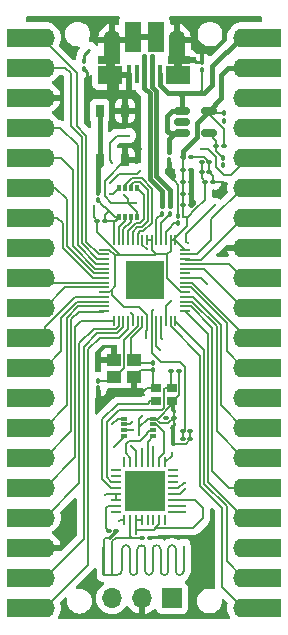
<source format=gbr>
%TF.GenerationSoftware,KiCad,Pcbnew,7.0.7*%
%TF.CreationDate,2023-09-13T09:18:23+07:00*%
%TF.ProjectId,Pico2040-Modular-Rev2-W,5069636f-3230-4343-902d-4d6f64756c61,rev?*%
%TF.SameCoordinates,Original*%
%TF.FileFunction,Copper,L1,Top*%
%TF.FilePolarity,Positive*%
%FSLAX46Y46*%
G04 Gerber Fmt 4.6, Leading zero omitted, Abs format (unit mm)*
G04 Created by KiCad (PCBNEW 7.0.7) date 2023-09-13 09:18:23*
%MOMM*%
%LPD*%
G01*
G04 APERTURE LIST*
G04 Aperture macros list*
%AMRoundRect*
0 Rectangle with rounded corners*
0 $1 Rounding radius*
0 $2 $3 $4 $5 $6 $7 $8 $9 X,Y pos of 4 corners*
0 Add a 4 corners polygon primitive as box body*
4,1,4,$2,$3,$4,$5,$6,$7,$8,$9,$2,$3,0*
0 Add four circle primitives for the rounded corners*
1,1,$1+$1,$2,$3*
1,1,$1+$1,$4,$5*
1,1,$1+$1,$6,$7*
1,1,$1+$1,$8,$9*
0 Add four rect primitives between the rounded corners*
20,1,$1+$1,$2,$3,$4,$5,0*
20,1,$1+$1,$4,$5,$6,$7,0*
20,1,$1+$1,$6,$7,$8,$9,0*
20,1,$1+$1,$8,$9,$2,$3,0*%
G04 Aperture macros list end*
%TA.AperFunction,EtchedComponent*%
%ADD10C,0.200000*%
%TD*%
%TA.AperFunction,SMDPad,CuDef*%
%ADD11RoundRect,0.100000X-0.100000X0.130000X-0.100000X-0.130000X0.100000X-0.130000X0.100000X0.130000X0*%
%TD*%
%TA.AperFunction,SMDPad,CuDef*%
%ADD12RoundRect,0.100000X-0.130000X-0.100000X0.130000X-0.100000X0.130000X0.100000X-0.130000X0.100000X0*%
%TD*%
%TA.AperFunction,SMDPad,CuDef*%
%ADD13R,0.400000X1.650000*%
%TD*%
%TA.AperFunction,SMDPad,CuDef*%
%ADD14R,1.825000X0.700000*%
%TD*%
%TA.AperFunction,SMDPad,CuDef*%
%ADD15R,2.000000X1.500000*%
%TD*%
%TA.AperFunction,SMDPad,CuDef*%
%ADD16R,1.350000X2.000000*%
%TD*%
%TA.AperFunction,ComponentPad*%
%ADD17O,1.350000X1.700000*%
%TD*%
%TA.AperFunction,ComponentPad*%
%ADD18O,1.100000X1.500000*%
%TD*%
%TA.AperFunction,SMDPad,CuDef*%
%ADD19R,1.430000X2.500000*%
%TD*%
%TA.AperFunction,SMDPad,CuDef*%
%ADD20RoundRect,0.014000X0.161000X-0.231000X0.161000X0.231000X-0.161000X0.231000X-0.161000X-0.231000X0*%
%TD*%
%TA.AperFunction,SMDPad,CuDef*%
%ADD21R,1.600000X0.200000*%
%TD*%
%TA.AperFunction,SMDPad,CuDef*%
%ADD22RoundRect,0.062500X0.062500X-0.375000X0.062500X0.375000X-0.062500X0.375000X-0.062500X-0.375000X0*%
%TD*%
%TA.AperFunction,SMDPad,CuDef*%
%ADD23RoundRect,0.062500X0.375000X-0.062500X0.375000X0.062500X-0.375000X0.062500X-0.375000X-0.062500X0*%
%TD*%
%TA.AperFunction,SMDPad,CuDef*%
%ADD24R,3.450000X3.450000*%
%TD*%
%TA.AperFunction,ConnectorPad*%
%ADD25R,0.200000X0.300000*%
%TD*%
%TA.AperFunction,SMDPad,CuDef*%
%ADD26R,0.900000X0.800000*%
%TD*%
%TA.AperFunction,SMDPad,CuDef*%
%ADD27RoundRect,0.100000X0.130000X0.100000X-0.130000X0.100000X-0.130000X-0.100000X0.130000X-0.100000X0*%
%TD*%
%TA.AperFunction,SMDPad,CuDef*%
%ADD28R,1.150000X1.000000*%
%TD*%
%TA.AperFunction,SMDPad,CuDef*%
%ADD29RoundRect,0.100000X0.100000X-0.130000X0.100000X0.130000X-0.100000X0.130000X-0.100000X-0.130000X0*%
%TD*%
%TA.AperFunction,ComponentPad*%
%ADD30R,3.200000X1.600000*%
%TD*%
%TA.AperFunction,ComponentPad*%
%ADD31O,1.700000X1.600000*%
%TD*%
%TA.AperFunction,SMDPad,CuDef*%
%ADD32RoundRect,0.150000X-0.512500X-0.150000X0.512500X-0.150000X0.512500X0.150000X-0.512500X0.150000X0*%
%TD*%
%TA.AperFunction,SMDPad,CuDef*%
%ADD33RoundRect,0.014000X0.231000X0.161000X-0.231000X0.161000X-0.231000X-0.161000X0.231000X-0.161000X0*%
%TD*%
%TA.AperFunction,SMDPad,CuDef*%
%ADD34R,0.200000X1.600000*%
%TD*%
%TA.AperFunction,ComponentPad*%
%ADD35R,1.700000X1.700000*%
%TD*%
%TA.AperFunction,ComponentPad*%
%ADD36O,1.700000X1.700000*%
%TD*%
%TA.AperFunction,SMDPad,CuDef*%
%ADD37R,0.650000X1.050000*%
%TD*%
%TA.AperFunction,SMDPad,CuDef*%
%ADD38RoundRect,0.050000X-0.387500X-0.050000X0.387500X-0.050000X0.387500X0.050000X-0.387500X0.050000X0*%
%TD*%
%TA.AperFunction,SMDPad,CuDef*%
%ADD39RoundRect,0.050000X-0.050000X-0.387500X0.050000X-0.387500X0.050000X0.387500X-0.050000X0.387500X0*%
%TD*%
%TA.AperFunction,SMDPad,CuDef*%
%ADD40R,3.200000X3.200000*%
%TD*%
%TA.AperFunction,ViaPad*%
%ADD41C,0.300000*%
%TD*%
%TA.AperFunction,Conductor*%
%ADD42C,0.200000*%
%TD*%
%TA.AperFunction,Conductor*%
%ADD43C,0.400000*%
%TD*%
%TA.AperFunction,Conductor*%
%ADD44C,0.250000*%
%TD*%
%TA.AperFunction,Conductor*%
%ADD45C,0.500000*%
%TD*%
G04 APERTURE END LIST*
D10*
%TO.C,AE1*%
X106595000Y-97302500D02*
X107710000Y-97302500D01*
X108160000Y-95102500D02*
X108160000Y-96852500D01*
X108810000Y-96977500D02*
X108810000Y-95102500D01*
X109460000Y-95102500D02*
X109460000Y-96977500D01*
X110110000Y-96977500D02*
X110110000Y-95102500D01*
X110760000Y-95102500D02*
X110760000Y-96977500D01*
X111410000Y-96977500D02*
X111410000Y-95102500D01*
X112060000Y-95102500D02*
X112060000Y-96977500D01*
X112710000Y-96977500D02*
X112710000Y-95102500D01*
X113360000Y-96977500D02*
X113360000Y-94802500D01*
X108810000Y-95102500D02*
G75*
G03*
X108160000Y-95102500I-325000J0D01*
G01*
X107710000Y-97302500D02*
G75*
G03*
X108160000Y-96852500I0J450000D01*
G01*
X110110000Y-95102500D02*
G75*
G03*
X109460000Y-95102500I-325000J0D01*
G01*
X108810000Y-96977500D02*
G75*
G03*
X109460000Y-96977500I325000J0D01*
G01*
X111410000Y-95102500D02*
G75*
G03*
X110760000Y-95102500I-325000J0D01*
G01*
X110110000Y-96977500D02*
G75*
G03*
X110760000Y-96977500I325000J0D01*
G01*
X112710000Y-95102500D02*
G75*
G03*
X112060000Y-95102500I-325000J0D01*
G01*
X111410000Y-96977500D02*
G75*
G03*
X112060000Y-96977500I325000J0D01*
G01*
X112710000Y-96977500D02*
G75*
G03*
X113360000Y-96977500I325000J0D01*
G01*
%TA.AperFunction,EtchedComponent*%
G36*
X106695000Y-97302500D02*
G01*
X106495000Y-97302500D01*
X106495000Y-94942500D01*
X106695000Y-94942500D01*
X106695000Y-97302500D01*
G37*
%TD.AperFunction*%
%TA.AperFunction,EtchedComponent*%
G36*
X107410000Y-97212500D02*
G01*
X107210000Y-97212500D01*
X107210000Y-94950000D01*
X107410000Y-94950000D01*
X107410000Y-97212500D01*
G37*
%TD.AperFunction*%
%TD*%
D11*
%TO.P,D1,1,K*%
%TO.N,GND*%
X114915000Y-53870000D03*
%TO.P,D1,2,A*%
%TO.N,VBUS*%
X114915000Y-54510000D03*
%TD*%
D12*
%TO.P,C9,1*%
%TO.N,+3.3V*%
X113335000Y-65000000D03*
%TO.P,C9,2*%
%TO.N,GND*%
X113975000Y-65000000D03*
%TD*%
D13*
%TO.P,J1,1,VBUS*%
%TO.N,VBUS*%
X111350000Y-54880000D03*
%TO.P,J1,2,D-*%
%TO.N,/DM*%
X110700000Y-54880000D03*
%TO.P,J1,3,D+*%
%TO.N,/DP*%
X110050000Y-54880000D03*
%TO.P,J1,4,ID*%
%TO.N,unconnected-(J1-ID-Pad4)*%
X109400000Y-54880000D03*
%TO.P,J1,5,GND*%
%TO.N,GND*%
X108750000Y-54880000D03*
D14*
%TO.P,J1,6,Shield*%
X113000000Y-53680000D03*
D15*
X112900000Y-54980000D03*
D16*
X112780000Y-52930000D03*
D17*
X112780000Y-52000000D03*
D18*
X112470000Y-55000000D03*
D19*
X111010000Y-51730000D03*
X109090000Y-51730000D03*
D18*
X107630000Y-55000000D03*
D17*
X107320000Y-52000000D03*
D16*
X107300000Y-52930000D03*
D15*
X107150000Y-55000000D03*
D14*
X107050000Y-53680000D03*
%TD*%
D11*
%TO.P,C13,1*%
%TO.N,+3.3V*%
X116800000Y-58180000D03*
%TO.P,C13,2*%
%TO.N,GND*%
X116800000Y-58820000D03*
%TD*%
D12*
%TO.P,C10,1*%
%TO.N,+3.3V*%
X113335000Y-66000000D03*
%TO.P,C10,2*%
%TO.N,GND*%
X113975000Y-66000000D03*
%TD*%
%TO.P,C18,1*%
%TO.N,/ESP_ANT*%
X109875000Y-94150000D03*
%TO.P,C18,2*%
%TO.N,GND*%
X110515000Y-94150000D03*
%TD*%
D20*
%TO.P,U3,1,CS#*%
%TO.N,/FLASH_SS*%
X107900000Y-67000000D03*
%TO.P,U3,2,SO(IO1)*%
%TO.N,/FLASH_SD1*%
X108400000Y-67000000D03*
%TO.P,U3,3,WP#(IO2)*%
%TO.N,/FLASH_SD2*%
X108900000Y-67000000D03*
%TO.P,U3,4,VSS*%
%TO.N,GND*%
X109400000Y-67000000D03*
%TO.P,U3,5,SI(IO0)*%
%TO.N,/FLASH_SD0*%
X109400000Y-64560000D03*
%TO.P,U3,6,SCLK*%
%TO.N,/FLASH_CLOCK*%
X108900000Y-64560000D03*
%TO.P,U3,7,HOLD#(IO3)*%
%TO.N,/FLASH_SD3*%
X108400000Y-64560000D03*
%TO.P,U3,8,VCC*%
%TO.N,+3.3V*%
X107900000Y-64560000D03*
D21*
%TO.P,U3,9,EP*%
%TO.N,GND*%
X108650000Y-65780000D03*
%TD*%
D22*
%TO.P,U4,1,VDDA*%
%TO.N,+3.3V*%
X108312500Y-92625000D03*
%TO.P,U4,2,LNA*%
%TO.N,/ESP_ANT*%
X108812500Y-92625000D03*
%TO.P,U4,3,VDD3P3*%
%TO.N,+3.3V*%
X109312500Y-92625000D03*
%TO.P,U4,4,VDD3P3*%
X109812500Y-92625000D03*
%TO.P,U4,5,VDD_RTC*%
%TO.N,unconnected-(U4-VDD_RTC-Pad5)*%
X110312500Y-92625000D03*
%TO.P,U4,6,TOUT*%
%TO.N,unconnected-(U4-TOUT-Pad6)*%
X110812500Y-92625000D03*
%TO.P,U4,7,CHIP_PU*%
%TO.N,+3.3V*%
X111312500Y-92625000D03*
%TO.P,U4,8,XPD_DCDC*%
%TO.N,unconnected-(U4-XPD_DCDC-Pad8)*%
X111812500Y-92625000D03*
D23*
%TO.P,U4,9,MTMS*%
%TO.N,/P2*%
X112500000Y-91937500D03*
%TO.P,U4,10,MTDI*%
%TO.N,/P4*%
X112500000Y-91437500D03*
%TO.P,U4,11,VDDPST*%
%TO.N,+3.3V*%
X112500000Y-90937500D03*
%TO.P,U4,12,MTCK*%
%TO.N,/P3*%
X112500000Y-90437500D03*
%TO.P,U4,13,MTDO*%
%TO.N,/P5*%
X112500000Y-89937500D03*
%TO.P,U4,14,GPIO2*%
%TO.N,unconnected-(U4-GPIO2-Pad14)*%
X112500000Y-89437500D03*
%TO.P,U4,15,GPIO0*%
%TO.N,unconnected-(U4-GPIO0-Pad15)*%
X112500000Y-88937500D03*
%TO.P,U4,16,GPIO4*%
%TO.N,unconnected-(U4-GPIO4-Pad16)*%
X112500000Y-88437500D03*
D22*
%TO.P,U4,17,VDDPST*%
%TO.N,+3.3V*%
X111812500Y-87750000D03*
%TO.P,U4,18,SDIO_DATA_2*%
%TO.N,/ESPFLASH_D2*%
X111312500Y-87750000D03*
%TO.P,U4,19,SDIO_DATA_3*%
%TO.N,/ESPFLASH_D3*%
X110812500Y-87750000D03*
%TO.P,U4,20,SDIO_CMD*%
%TO.N,/ESPFLASH_SS*%
X110312500Y-87750000D03*
%TO.P,U4,21,SDIO_CLK*%
%TO.N,/ESPFLASH_CLOCK*%
X109812500Y-87750000D03*
%TO.P,U4,22,SDIO_DATA_0*%
%TO.N,/ESPFLASH_D0*%
X109312500Y-87750000D03*
%TO.P,U4,23,SDIO_DATA_1*%
%TO.N,/ESPFLASH_D1*%
X108812500Y-87750000D03*
%TO.P,U4,24,GPIO5*%
%TO.N,unconnected-(U4-GPIO5-Pad24)*%
X108312500Y-87750000D03*
D23*
%TO.P,U4,25,U0RXD*%
%TO.N,unconnected-(U4-U0RXD-Pad25)*%
X107625000Y-88437500D03*
%TO.P,U4,26,U0TXD*%
%TO.N,unconnected-(U4-U0TXD-Pad26)*%
X107625000Y-88937500D03*
%TO.P,U4,27,XTAL_OUT*%
%TO.N,/ESP_CLKOUT*%
X107625000Y-89437500D03*
%TO.P,U4,28,XTAL_IN*%
%TO.N,/ESP_CLKIN*%
X107625000Y-89937500D03*
%TO.P,U4,29,VDDD*%
%TO.N,+3.3V*%
X107625000Y-90437500D03*
%TO.P,U4,30,VDDA*%
X107625000Y-90937500D03*
%TO.P,U4,31,RES12K*%
%TO.N,Net-(U4-RES12K)*%
X107625000Y-91437500D03*
%TO.P,U4,32,~{EXT_RSTB}*%
%TO.N,unconnected-(U4-~{EXT_RSTB}-Pad32)*%
X107625000Y-91937500D03*
D24*
%TO.P,U4,33,GND*%
%TO.N,GND*%
X110062500Y-90187500D03*
%TD*%
D25*
%TO.P,AE1,1,FEED*%
%TO.N,GND*%
X106595000Y-94800000D03*
%TO.P,AE1,2,PCB_Trace*%
%TO.N,/ESP_ANT*%
X107310000Y-94800000D03*
%TD*%
D26*
%TO.P,Y2,1,1*%
%TO.N,/ESP_CLKIN*%
X111000000Y-82600000D03*
%TO.P,Y2,2,2*%
%TO.N,GND*%
X112400000Y-82600000D03*
%TO.P,Y2,3,3*%
%TO.N,/ESP_CLKOUT*%
X112400000Y-81500000D03*
%TO.P,Y2,4,4*%
%TO.N,GND*%
X111000000Y-81500000D03*
%TD*%
D11*
%TO.P,R2,1*%
%TO.N,/DM*%
X112200000Y-66080000D03*
%TO.P,R2,2*%
%TO.N,Net-(U1-USB_DM)*%
X112200000Y-66720000D03*
%TD*%
D12*
%TO.P,R3,1*%
%TO.N,Net-(U2-SENSE{slash}ADJ)*%
X116135000Y-61000000D03*
%TO.P,R3,2*%
%TO.N,+3.3V*%
X116775000Y-61000000D03*
%TD*%
D11*
%TO.P,C12,1*%
%TO.N,VBUS*%
X112155000Y-61525000D03*
%TO.P,C12,2*%
%TO.N,GND*%
X112155000Y-62165000D03*
%TD*%
D12*
%TO.P,C3,1*%
%TO.N,+1V1*%
X113295000Y-85820000D03*
%TO.P,C3,2*%
%TO.N,GND*%
X113935000Y-85820000D03*
%TD*%
D27*
%TO.P,R7,1*%
%TO.N,GND*%
X107650000Y-93580000D03*
%TO.P,R7,2*%
%TO.N,Net-(U4-RES12K)*%
X107010000Y-93580000D03*
%TD*%
D28*
%TO.P,Y1,1,1*%
%TO.N,/CLKIN*%
X107450000Y-80500000D03*
%TO.P,Y1,2,2*%
%TO.N,GND*%
X109200000Y-80500000D03*
%TO.P,Y1,3,3*%
%TO.N,/CLKOUT*%
X109200000Y-79100000D03*
%TO.P,Y1,4,4*%
%TO.N,GND*%
X107450000Y-79100000D03*
%TD*%
D12*
%TO.P,C16,1*%
%TO.N,/ESP_CLKOUT*%
X112335000Y-80050000D03*
%TO.P,C16,2*%
%TO.N,GND*%
X112975000Y-80050000D03*
%TD*%
D11*
%TO.P,R4,1*%
%TO.N,Net-(U2-SENSE{slash}ADJ)*%
X116700000Y-61980000D03*
%TO.P,R4,2*%
%TO.N,GND*%
X116700000Y-62620000D03*
%TD*%
D29*
%TO.P,C1,1*%
%TO.N,+1V1*%
X112900000Y-67525000D03*
%TO.P,C1,2*%
%TO.N,GND*%
X112900000Y-66885000D03*
%TD*%
D11*
%TO.P,R1,1*%
%TO.N,/DP*%
X111500000Y-66060000D03*
%TO.P,R1,2*%
%TO.N,Net-(U1-USB_DP)*%
X111500000Y-66700000D03*
%TD*%
D12*
%TO.P,C7,1*%
%TO.N,+3.3V*%
X113335000Y-63000000D03*
%TO.P,C7,2*%
%TO.N,GND*%
X113975000Y-63000000D03*
%TD*%
%TO.P,C11,1*%
%TO.N,+3.3V*%
X115180000Y-64000000D03*
%TO.P,C11,2*%
%TO.N,GND*%
X115820000Y-64000000D03*
%TD*%
D29*
%TO.P,D2,1,K*%
%TO.N,GND*%
X104930000Y-54445000D03*
%TO.P,D2,2,A*%
%TO.N,/USER_LED*%
X104930000Y-53805000D03*
%TD*%
D12*
%TO.P,C2,1*%
%TO.N,+1V1*%
X113300000Y-85100000D03*
%TO.P,C2,2*%
%TO.N,GND*%
X113940000Y-85100000D03*
%TD*%
D11*
%TO.P,R6,1*%
%TO.N,Net-(R6-Pad1)*%
X106130000Y-64935000D03*
%TO.P,R6,2*%
%TO.N,/FLASH_SS*%
X106130000Y-65575000D03*
%TD*%
D12*
%TO.P,C17,1*%
%TO.N,/ESP_CLKIN*%
X111875000Y-84000000D03*
%TO.P,C17,2*%
%TO.N,GND*%
X112515000Y-84000000D03*
%TD*%
%TO.P,C8,1*%
%TO.N,+3.3V*%
X113335000Y-64000000D03*
%TO.P,C8,2*%
%TO.N,GND*%
X113975000Y-64000000D03*
%TD*%
D30*
%TO.P,J2,1,Pin_1*%
%TO.N,/P0*%
X100000000Y-51800000D03*
D31*
X101610000Y-51800000D03*
D30*
%TO.P,J2,2,Pin_2*%
%TO.N,/P1*%
X100000000Y-54340000D03*
D31*
X101610000Y-54340000D03*
D30*
%TO.P,J2,3,Pin_3*%
%TO.N,GND*%
X100000000Y-56880000D03*
D31*
X101610000Y-56880000D03*
D30*
%TO.P,J2,4,Pin_4*%
%TO.N,/P2*%
X100000000Y-59420000D03*
D31*
X101610000Y-59420000D03*
D30*
%TO.P,J2,5,Pin_5*%
%TO.N,/P3*%
X100000000Y-61960000D03*
D31*
X101610000Y-61960000D03*
D30*
%TO.P,J2,6,Pin_6*%
%TO.N,/P4*%
X100000000Y-64500000D03*
D31*
X101610000Y-64500000D03*
D30*
%TO.P,J2,7,Pin_7*%
%TO.N,/P5*%
X100000000Y-67040000D03*
D31*
X101610000Y-67040000D03*
D30*
%TO.P,J2,8,Pin_8*%
%TO.N,GND*%
X100000000Y-69580000D03*
D31*
X101610000Y-69580000D03*
D30*
%TO.P,J2,9,Pin_9*%
%TO.N,/P6*%
X100000000Y-72120000D03*
D31*
X101610000Y-72120000D03*
D30*
%TO.P,J2,10,Pin_10*%
%TO.N,/P7*%
X100000000Y-74660000D03*
D31*
X101610000Y-74660000D03*
D30*
%TO.P,J2,11,Pin_11*%
%TO.N,/P8*%
X100000000Y-77200000D03*
D31*
X101610000Y-77200000D03*
D30*
%TO.P,J2,12,Pin_12*%
%TO.N,/P9*%
X100000000Y-79740000D03*
D31*
X101610000Y-79740000D03*
D30*
%TO.P,J2,13,Pin_13*%
%TO.N,GND*%
X100000000Y-82280000D03*
D31*
X101610000Y-82280000D03*
D30*
%TO.P,J2,14,Pin_14*%
%TO.N,/P10*%
X100000000Y-84820000D03*
D31*
X101610000Y-84820000D03*
D30*
%TO.P,J2,15,Pin_15*%
%TO.N,/P11*%
X100000000Y-87360000D03*
D31*
X101610000Y-87360000D03*
D30*
%TO.P,J2,16,Pin_16*%
%TO.N,/P12*%
X100000000Y-89900000D03*
D31*
X101610000Y-89900000D03*
D30*
%TO.P,J2,17,Pin_17*%
%TO.N,/P13*%
X100000000Y-92440000D03*
D31*
X101610000Y-92440000D03*
D30*
%TO.P,J2,18,Pin_18*%
%TO.N,GND*%
X100000000Y-94980000D03*
D31*
X101610000Y-94980000D03*
D30*
%TO.P,J2,19,Pin_19*%
%TO.N,/P14*%
X100000000Y-97520000D03*
D31*
X101610000Y-97520000D03*
D30*
%TO.P,J2,20,Pin_20*%
%TO.N,/P15*%
X100000000Y-100060000D03*
D31*
X101610000Y-100060000D03*
%TD*%
D32*
%TO.P,U2,1,VIN*%
%TO.N,VBUS*%
X113225000Y-58000000D03*
%TO.P,U2,2,GND*%
%TO.N,GND*%
X113225000Y-58950000D03*
%TO.P,U2,3,EN*%
%TO.N,VBUS*%
X113225000Y-59900000D03*
%TO.P,U2,4,SENSE/ADJ*%
%TO.N,Net-(U2-SENSE{slash}ADJ)*%
X115500000Y-59900000D03*
%TO.P,U2,5,VOUT*%
%TO.N,+3.3V*%
X115500000Y-58000000D03*
%TD*%
D12*
%TO.P,C5,1*%
%TO.N,+3.3V*%
X114880000Y-63200000D03*
%TO.P,C5,2*%
%TO.N,GND*%
X115520000Y-63200000D03*
%TD*%
%TO.P,C6,1*%
%TO.N,+3.3V*%
X113335000Y-61900000D03*
%TO.P,C6,2*%
%TO.N,GND*%
X113975000Y-61900000D03*
%TD*%
D11*
%TO.P,C14,1*%
%TO.N,/CLKOUT*%
X110755000Y-79330000D03*
%TO.P,C14,2*%
%TO.N,GND*%
X110755000Y-79970000D03*
%TD*%
D12*
%TO.P,C4,1*%
%TO.N,+3.3V*%
X114880000Y-62350000D03*
%TO.P,C4,2*%
%TO.N,GND*%
X115520000Y-62350000D03*
%TD*%
%TO.P,R5,1*%
%TO.N,+3.3V*%
X106035000Y-67300000D03*
%TO.P,R5,2*%
%TO.N,/FLASH_SS*%
X106675000Y-67300000D03*
%TD*%
D33*
%TO.P,U5,1,CS#*%
%TO.N,/ESPFLASH_SS*%
X110800000Y-85550000D03*
%TO.P,U5,2,SO(IO1)*%
%TO.N,/ESPFLASH_D1*%
X110800000Y-85050000D03*
%TO.P,U5,3,WP#(IO2)*%
%TO.N,/ESPFLASH_D2*%
X110800000Y-84550000D03*
%TO.P,U5,4,VSS*%
%TO.N,GND*%
X110800000Y-84050000D03*
%TO.P,U5,5,SI(IO0)*%
%TO.N,/ESPFLASH_D0*%
X108360000Y-84050000D03*
%TO.P,U5,6,SCLK*%
%TO.N,/ESPFLASH_CLOCK*%
X108360000Y-84550000D03*
%TO.P,U5,7,HOLD#(IO3)*%
%TO.N,/ESPFLASH_D3*%
X108360000Y-85050000D03*
%TO.P,U5,8,VCC*%
%TO.N,+3.3V*%
X108360000Y-85550000D03*
D34*
%TO.P,U5,9,EP*%
%TO.N,GND*%
X109580000Y-84800000D03*
%TD*%
D35*
%TO.P,J4,1,Pin_1*%
%TO.N,/SWDIO*%
X112400000Y-99250000D03*
D36*
%TO.P,J4,2,Pin_2*%
%TO.N,GND*%
X109860000Y-99250000D03*
%TO.P,J4,3,Pin_3*%
%TO.N,/SWCLK*%
X107320000Y-99250000D03*
%TD*%
D11*
%TO.P,C15,1*%
%TO.N,/CLKIN*%
X106150000Y-80850000D03*
%TO.P,C15,2*%
%TO.N,GND*%
X106150000Y-81490000D03*
%TD*%
D37*
%TO.P,SW1,1,1*%
%TO.N,GND*%
X108400000Y-58000000D03*
X108400000Y-62150000D03*
%TO.P,SW1,2,2*%
%TO.N,Net-(R6-Pad1)*%
X106250000Y-58000000D03*
X106250000Y-62125000D03*
%TD*%
D38*
%TO.P,U1,1,IOVDD*%
%TO.N,+3.3V*%
X106625000Y-69750000D03*
%TO.P,U1,2,GPIO0*%
%TO.N,/P0*%
X106625000Y-70150000D03*
%TO.P,U1,3,GPIO1*%
%TO.N,/P1*%
X106625000Y-70550000D03*
%TO.P,U1,4,GPIO2*%
%TO.N,/P2*%
X106625000Y-70950000D03*
%TO.P,U1,5,GPIO3*%
%TO.N,/P3*%
X106625000Y-71350000D03*
%TO.P,U1,6,GPIO4*%
%TO.N,/P4*%
X106625000Y-71750000D03*
%TO.P,U1,7,GPIO5*%
%TO.N,/P5*%
X106625000Y-72150000D03*
%TO.P,U1,8,GPIO6*%
%TO.N,/P6*%
X106625000Y-72550000D03*
%TO.P,U1,9,GPIO7*%
%TO.N,/P7*%
X106625000Y-72950000D03*
%TO.P,U1,10,IOVDD*%
%TO.N,+3.3V*%
X106625000Y-73350000D03*
%TO.P,U1,11,GPIO8*%
%TO.N,/P8*%
X106625000Y-73750000D03*
%TO.P,U1,12,GPIO9*%
%TO.N,/P9*%
X106625000Y-74150000D03*
%TO.P,U1,13,GPIO10*%
%TO.N,/P10*%
X106625000Y-74550000D03*
%TO.P,U1,14,GPIO11*%
%TO.N,/P11*%
X106625000Y-74950000D03*
D39*
%TO.P,U1,15,GPIO12*%
%TO.N,/P12*%
X107462500Y-75787500D03*
%TO.P,U1,16,GPIO13*%
%TO.N,/P13*%
X107862500Y-75787500D03*
%TO.P,U1,17,GPIO14*%
%TO.N,/P14*%
X108262500Y-75787500D03*
%TO.P,U1,18,GPIO15*%
%TO.N,/P15*%
X108662500Y-75787500D03*
%TO.P,U1,19,TESTEN*%
%TO.N,GND*%
X109062500Y-75787500D03*
%TO.P,U1,20,XIN*%
%TO.N,/CLKIN*%
X109462500Y-75787500D03*
%TO.P,U1,21,XOUT*%
%TO.N,/CLKOUT*%
X109862500Y-75787500D03*
%TO.P,U1,22,IOVDD*%
%TO.N,+3.3V*%
X110262500Y-75787500D03*
%TO.P,U1,23,DVDD*%
%TO.N,+1V1*%
X110662500Y-75787500D03*
%TO.P,U1,24,SWCLK*%
%TO.N,/SWCLK*%
X111062500Y-75787500D03*
%TO.P,U1,25,SWD*%
%TO.N,/SWDIO*%
X111462500Y-75787500D03*
%TO.P,U1,26,RUN*%
%TO.N,/RESET*%
X111862500Y-75787500D03*
%TO.P,U1,27,GPIO16*%
%TO.N,/P16*%
X112262500Y-75787500D03*
%TO.P,U1,28,GPIO17*%
%TO.N,/P17*%
X112662500Y-75787500D03*
D38*
%TO.P,U1,29,GPIO18*%
%TO.N,/P18*%
X113500000Y-74950000D03*
%TO.P,U1,30,GPIO19*%
%TO.N,/P19*%
X113500000Y-74550000D03*
%TO.P,U1,31,GPIO20*%
%TO.N,/P20*%
X113500000Y-74150000D03*
%TO.P,U1,32,GPIO21*%
%TO.N,/P21*%
X113500000Y-73750000D03*
%TO.P,U1,33,IOVDD*%
%TO.N,+3.3V*%
X113500000Y-73350000D03*
%TO.P,U1,34,GPIO22*%
%TO.N,/P22*%
X113500000Y-72950000D03*
%TO.P,U1,35,GPIO23*%
%TO.N,/P23*%
X113500000Y-72550000D03*
%TO.P,U1,36,GPIO24*%
%TO.N,/USER_LED*%
X113500000Y-72150000D03*
%TO.P,U1,37,GPIO25*%
%TO.N,unconnected-(U1-GPIO25-Pad37)*%
X113500000Y-71750000D03*
%TO.P,U1,38,GPIO26_ADC0*%
%TO.N,/P26*%
X113500000Y-71350000D03*
%TO.P,U1,39,GPIO27_ADC1*%
%TO.N,/P27*%
X113500000Y-70950000D03*
%TO.P,U1,40,GPIO28_ADC2*%
%TO.N,/P28*%
X113500000Y-70550000D03*
%TO.P,U1,41,GPIO29_ADC3*%
%TO.N,/P29*%
X113500000Y-70150000D03*
%TO.P,U1,42,IOVDD*%
%TO.N,+3.3V*%
X113500000Y-69750000D03*
D39*
%TO.P,U1,43,ADC_AVDD*%
X112662500Y-68912500D03*
%TO.P,U1,44,VREG_IN*%
X112262500Y-68912500D03*
%TO.P,U1,45,VREG_VOUT*%
%TO.N,+1V1*%
X111862500Y-68912500D03*
%TO.P,U1,46,USB_DM*%
%TO.N,Net-(U1-USB_DM)*%
X111462500Y-68912500D03*
%TO.P,U1,47,USB_DP*%
%TO.N,Net-(U1-USB_DP)*%
X111062500Y-68912500D03*
%TO.P,U1,48,USB_VDD*%
%TO.N,+3.3V*%
X110662500Y-68912500D03*
%TO.P,U1,49,IOVDD*%
X110262500Y-68912500D03*
%TO.P,U1,50,DVDD*%
%TO.N,+1V1*%
X109862500Y-68912500D03*
%TO.P,U1,51,QSPI_SD3*%
%TO.N,/FLASH_SD3*%
X109462500Y-68912500D03*
%TO.P,U1,52,QSPI_SCLK*%
%TO.N,/FLASH_CLOCK*%
X109062500Y-68912500D03*
%TO.P,U1,53,QSPI_SD0*%
%TO.N,/FLASH_SD0*%
X108662500Y-68912500D03*
%TO.P,U1,54,QSPI_SD2*%
%TO.N,/FLASH_SD2*%
X108262500Y-68912500D03*
%TO.P,U1,55,QSPI_SD1*%
%TO.N,/FLASH_SD1*%
X107862500Y-68912500D03*
%TO.P,U1,56,QSPI_SS*%
%TO.N,/FLASH_SS*%
X107462500Y-68912500D03*
D40*
%TO.P,U1,57,GND*%
%TO.N,GND*%
X110062500Y-72350000D03*
%TD*%
D30*
%TO.P,J3,1,Pin_1*%
%TO.N,VBUS*%
X120000000Y-51800000D03*
D31*
X118390000Y-51800000D03*
D30*
%TO.P,J3,2,Pin_2*%
%TO.N,+3.3V*%
X120000000Y-54340000D03*
D31*
X118390000Y-54340000D03*
D30*
%TO.P,J3,3,Pin_3*%
%TO.N,GND*%
X120000000Y-56880000D03*
D31*
X118390000Y-56880000D03*
D30*
%TO.P,J3,4,Pin_4*%
%TO.N,+1V1*%
X120000000Y-59420000D03*
D31*
X118390000Y-59420000D03*
D30*
%TO.P,J3,5,Pin_5*%
%TO.N,/RESET*%
X120000000Y-61960000D03*
D31*
X118390000Y-61960000D03*
D30*
%TO.P,J3,6,Pin_6*%
%TO.N,/P29*%
X120000000Y-64500000D03*
D31*
X118390000Y-64500000D03*
D30*
%TO.P,J3,7,Pin_7*%
%TO.N,/P28*%
X120000000Y-67040000D03*
D31*
X118390000Y-67040000D03*
D30*
%TO.P,J3,8,Pin_8*%
%TO.N,GND*%
X120000000Y-69580000D03*
D31*
X118390000Y-69580000D03*
D30*
%TO.P,J3,9,Pin_9*%
%TO.N,/P27*%
X120000000Y-72120000D03*
D31*
X118390000Y-72120000D03*
D30*
%TO.P,J3,10,Pin_10*%
%TO.N,/P26*%
X120000000Y-74660000D03*
D31*
X118390000Y-74660000D03*
D30*
%TO.P,J3,11,Pin_11*%
%TO.N,/P23*%
X120000000Y-77200000D03*
D31*
X118390000Y-77200000D03*
D30*
%TO.P,J3,12,Pin_12*%
%TO.N,/P22*%
X120000000Y-79740000D03*
D31*
X118390000Y-79740000D03*
D30*
%TO.P,J3,13,Pin_13*%
%TO.N,GND*%
X120000000Y-82280000D03*
D31*
X118390000Y-82280000D03*
D30*
%TO.P,J3,14,Pin_14*%
%TO.N,/P21*%
X120000000Y-84820000D03*
D31*
X118390000Y-84820000D03*
D30*
%TO.P,J3,15,Pin_15*%
%TO.N,/P20*%
X120000000Y-87360000D03*
D31*
X118390000Y-87360000D03*
D30*
%TO.P,J3,16,Pin_16*%
%TO.N,/P19*%
X120000000Y-89900000D03*
D31*
X118390000Y-89900000D03*
D30*
%TO.P,J3,17,Pin_17*%
%TO.N,/P18*%
X120000000Y-92440000D03*
D31*
X118390000Y-92440000D03*
D30*
%TO.P,J3,18,Pin_18*%
%TO.N,GND*%
X120000000Y-94980000D03*
D31*
X118390000Y-94980000D03*
D30*
%TO.P,J3,19,Pin_19*%
%TO.N,/P17*%
X120000000Y-97520000D03*
D31*
X118390000Y-97520000D03*
D30*
%TO.P,J3,20,Pin_20*%
%TO.N,/P16*%
X120000000Y-100060000D03*
D31*
X118390000Y-100060000D03*
%TD*%
D41*
%TO.N,GND*%
X107140000Y-81880000D03*
%TO.N,+1V1*%
X112100000Y-68000000D03*
X116000000Y-66000000D03*
X110800000Y-74850000D03*
X113700000Y-69200000D03*
X110240000Y-69730000D03*
%TO.N,GND*%
X107580000Y-78010000D03*
X109500000Y-57800000D03*
X111050000Y-71350000D03*
X111062500Y-90187500D03*
X106100000Y-79130000D03*
X116840000Y-58780000D03*
X109062500Y-89187500D03*
X116750000Y-64750000D03*
X111062500Y-89187500D03*
X111050000Y-72350000D03*
X114700000Y-94500000D03*
X107400000Y-56700000D03*
X112600000Y-63980000D03*
X105200000Y-97900000D03*
X109050000Y-73350000D03*
X109750000Y-61250000D03*
X116500000Y-70250000D03*
X114200000Y-65700000D03*
X113990000Y-64980000D03*
X110050000Y-73350000D03*
X111050000Y-73350000D03*
X116700000Y-62520000D03*
X109840000Y-81900000D03*
X109062500Y-90187500D03*
X105200000Y-56200000D03*
X108300000Y-65100000D03*
X110062500Y-90187500D03*
X109050000Y-72350000D03*
X109062500Y-91187500D03*
X110062500Y-91187500D03*
X109840000Y-83810000D03*
X107070000Y-94150000D03*
X114500000Y-95250000D03*
X113980000Y-62980000D03*
X112170000Y-62800000D03*
X111380000Y-94090000D03*
X106080000Y-82300000D03*
X109050000Y-71350000D03*
X113950000Y-63990000D03*
X110050000Y-71350000D03*
X110050000Y-72350000D03*
X114010000Y-61890000D03*
X113260000Y-58910000D03*
X111062500Y-91187500D03*
X108890000Y-75130000D03*
X116670000Y-64040000D03*
X110062500Y-89187500D03*
%TO.N,+3.3V*%
X112350000Y-87000000D03*
X107900000Y-92750000D03*
X106700000Y-90500000D03*
X105740000Y-66050000D03*
X107500000Y-86450000D03*
X109300000Y-93850000D03*
X110150000Y-77230000D03*
X107150000Y-65040000D03*
%TO.N,/ESP_CLKIN*%
X111900000Y-84000000D03*
X109990000Y-82820000D03*
%TO.N,/USER_LED*%
X105370000Y-52820000D03*
X115360000Y-72660000D03*
%TO.N,/DM*%
X110700000Y-53400000D03*
%TO.N,/DP*%
X110000000Y-53400000D03*
%TO.N,/P2*%
X113500000Y-92003503D03*
%TO.N,/P3*%
X113500000Y-90000000D03*
%TO.N,/P4*%
X113500000Y-91500000D03*
X109650000Y-63080000D03*
X107150000Y-64110000D03*
%TO.N,/P5*%
X113500000Y-89496497D03*
%TO.N,/RESET*%
X107300000Y-62400000D03*
X114800000Y-61200000D03*
X112300000Y-74100000D03*
X108700000Y-60100000D03*
%TO.N,/SWDIO*%
X111550000Y-77300000D03*
%TO.N,/SWCLK*%
X111400000Y-78250000D03*
%TO.N,/FLASH_SS*%
X106577500Y-66022500D03*
%TO.N,/ESPFLASH_D3*%
X109050000Y-85050000D03*
X110800000Y-86450000D03*
%TO.N,/ESPFLASH_CLOCK*%
X109000000Y-84350000D03*
X109800000Y-86600000D03*
%TO.N,/ESPFLASH_D0*%
X107300000Y-84550000D03*
X108900000Y-86400000D03*
%TD*%
D42*
%TO.N,GND*%
X112400000Y-82600000D02*
X112400000Y-82853554D01*
X112400000Y-82853554D02*
X111203554Y-84050000D01*
X111203554Y-84050000D02*
X110800000Y-84050000D01*
%TO.N,/ESP_CLKOUT*%
X111750000Y-81500000D02*
X112400000Y-81500000D01*
X111700000Y-81550000D02*
X111750000Y-81500000D01*
X107867947Y-83340000D02*
X111560000Y-83340000D01*
X111700000Y-83200000D02*
X111700000Y-81550000D01*
X106846000Y-89037942D02*
X106846000Y-84361947D01*
X107245558Y-89437500D02*
X106846000Y-89037942D01*
X107625000Y-89437500D02*
X107245558Y-89437500D01*
X106846000Y-84361947D02*
X107867947Y-83340000D01*
X111560000Y-83340000D02*
X111700000Y-83200000D01*
%TO.N,GND*%
X110240000Y-81500000D02*
X111000000Y-81500000D01*
X109840000Y-81900000D02*
X110240000Y-81500000D01*
D43*
X109190000Y-81680000D02*
X109050000Y-81820000D01*
X109050000Y-81820000D02*
X107200000Y-81820000D01*
X109190000Y-80510000D02*
X109190000Y-81680000D01*
X109200000Y-80500000D02*
X109190000Y-80510000D01*
X107200000Y-81820000D02*
X107140000Y-81880000D01*
D42*
%TO.N,/ESP_CLKIN*%
X110330000Y-82820000D02*
X110550000Y-82600000D01*
X110550000Y-82600000D02*
X111000000Y-82600000D01*
X109990000Y-82820000D02*
X110330000Y-82820000D01*
X106496000Y-84104000D02*
X106496000Y-89187942D01*
X109990000Y-82820000D02*
X107780000Y-82820000D01*
X107780000Y-82820000D02*
X106496000Y-84104000D01*
X107245558Y-89937500D02*
X107625000Y-89937500D01*
X106496000Y-89187942D02*
X107245558Y-89937500D01*
D44*
%TO.N,GND*%
X108980000Y-80500000D02*
X109200000Y-80500000D01*
D42*
%TO.N,/ESP_ANT*%
X108980000Y-94150000D02*
X109875000Y-94150000D01*
X107310000Y-94440000D02*
X107310000Y-94800000D01*
X108980000Y-94150000D02*
X107600000Y-94150000D01*
X107600000Y-94150000D02*
X107310000Y-94440000D01*
X108812500Y-92625000D02*
X108812500Y-93982500D01*
X108812500Y-93982500D02*
X108980000Y-94150000D01*
%TO.N,+1V1*%
X113600000Y-69100000D02*
X113600000Y-68400000D01*
X111449975Y-79300000D02*
X110662500Y-78512525D01*
X111862500Y-68912500D02*
X111862500Y-68237500D01*
X113700000Y-69200000D02*
X113600000Y-69100000D01*
X113100000Y-79300000D02*
X111449975Y-79300000D01*
X113600000Y-68400000D02*
X116000000Y-66000000D01*
X110662500Y-78512525D02*
X110662500Y-75787500D01*
X112575000Y-67525000D02*
X112100000Y-68000000D01*
X111862500Y-68237500D02*
X112100000Y-68000000D01*
X110662500Y-75787500D02*
X110662500Y-74987500D01*
X112900000Y-67525000D02*
X112575000Y-67525000D01*
X113295000Y-85105000D02*
X113300000Y-85100000D01*
X110662500Y-74987500D02*
X110800000Y-74850000D01*
X113295000Y-85820000D02*
X113295000Y-85105000D01*
X110240000Y-69730000D02*
X109862500Y-69352500D01*
X113455000Y-79655000D02*
X113100000Y-79300000D01*
X113455000Y-84945000D02*
X113455000Y-79655000D01*
X109862500Y-69352500D02*
X109862500Y-68912500D01*
X113300000Y-85100000D02*
X113455000Y-84945000D01*
%TO.N,GND*%
X112900000Y-64280000D02*
X112600000Y-63980000D01*
X110923931Y-84050000D02*
X110800000Y-84050000D01*
X115520000Y-62350000D02*
X115070000Y-61900000D01*
X106750000Y-94150000D02*
X106595000Y-94305000D01*
D45*
X108750000Y-56550000D02*
X108700000Y-56600000D01*
D44*
X111380000Y-94090000D02*
X110575000Y-94090000D01*
D42*
X112076506Y-84465547D02*
X111339478Y-84465547D01*
X113940000Y-85815000D02*
X113935000Y-85820000D01*
X113940000Y-85100000D02*
X113940000Y-85815000D01*
X112900000Y-66885000D02*
X112900000Y-64280000D01*
X109580000Y-84070000D02*
X109840000Y-83810000D01*
X108890000Y-75130000D02*
X109062500Y-75302500D01*
X107247947Y-65780000D02*
X106696000Y-65228053D01*
X108650000Y-65450000D02*
X108650000Y-65780000D01*
X110755000Y-81255000D02*
X111000000Y-81500000D01*
D43*
X114200000Y-65775000D02*
X113975000Y-66000000D01*
D42*
X108400000Y-62200000D02*
X108400000Y-62150000D01*
X106696000Y-63904000D02*
X108400000Y-62200000D01*
X112515000Y-82715000D02*
X112400000Y-82600000D01*
X113000000Y-82050000D02*
X113000000Y-80075000D01*
X111339478Y-84465547D02*
X110923931Y-84050000D01*
D44*
X114915000Y-53870000D02*
X114370000Y-53870000D01*
D42*
X116630000Y-64000000D02*
X116670000Y-64040000D01*
X112450000Y-82600000D02*
X113000000Y-82050000D01*
X113000000Y-80075000D02*
X112975000Y-80050000D01*
D44*
X107080000Y-94150000D02*
X107650000Y-93580000D01*
D45*
X108820000Y-52000000D02*
X109090000Y-51730000D01*
D44*
X105200000Y-55380000D02*
X105130000Y-55450000D01*
D43*
X113975000Y-64995000D02*
X113990000Y-64980000D01*
D44*
X107070000Y-94150000D02*
X107080000Y-94150000D01*
D43*
X114200000Y-65700000D02*
X114200000Y-65775000D01*
D42*
X109580000Y-84800000D02*
X109580000Y-84070000D01*
X110755000Y-79970000D02*
X110755000Y-81255000D01*
X109400000Y-66530000D02*
X108650000Y-65780000D01*
X115820000Y-64000000D02*
X115820000Y-63500000D01*
X112515000Y-84000000D02*
X112515000Y-82715000D01*
X115520000Y-63200000D02*
X115520000Y-62350000D01*
D43*
X113975000Y-66000000D02*
X113975000Y-64995000D01*
D42*
X113585000Y-86170000D02*
X112520000Y-86170000D01*
X113935000Y-85820000D02*
X113585000Y-86170000D01*
D44*
X110575000Y-94090000D02*
X110515000Y-94150000D01*
D42*
X110330000Y-84050000D02*
X109580000Y-84800000D01*
D43*
X113975000Y-64000000D02*
X113975000Y-63000000D01*
D42*
X106595000Y-94305000D02*
X106595000Y-94637500D01*
X115070000Y-61900000D02*
X113975000Y-61900000D01*
X115820000Y-64000000D02*
X116630000Y-64000000D01*
X108300000Y-65100000D02*
X108650000Y-65450000D01*
X112515000Y-84027053D02*
X112076506Y-84465547D01*
X106696000Y-65228053D02*
X106696000Y-63904000D01*
X108650000Y-65780000D02*
X107247947Y-65780000D01*
D44*
X104930000Y-54445000D02*
X105200000Y-54715000D01*
D42*
X112400000Y-82600000D02*
X112450000Y-82600000D01*
X109730000Y-79970000D02*
X109200000Y-80500000D01*
X109062500Y-75302500D02*
X109062500Y-75787500D01*
X109400000Y-67000000D02*
X109400000Y-66530000D01*
D45*
X108750000Y-54880000D02*
X108750000Y-56550000D01*
D44*
X105200000Y-54715000D02*
X105200000Y-55380000D01*
D42*
X110755000Y-79970000D02*
X109730000Y-79970000D01*
D45*
X107320000Y-52000000D02*
X108820000Y-52000000D01*
D42*
X110800000Y-84050000D02*
X110330000Y-84050000D01*
X112520000Y-86170000D02*
X112515000Y-86165000D01*
X112515000Y-84000000D02*
X112515000Y-84027053D01*
D43*
X113975000Y-65000000D02*
X113975000Y-64000000D01*
D42*
X112515000Y-86165000D02*
X112515000Y-84000000D01*
X107070000Y-94150000D02*
X106750000Y-94150000D01*
X115820000Y-63500000D02*
X115520000Y-63200000D01*
%TO.N,+3.3V*%
X110662500Y-68912500D02*
X110662500Y-69787500D01*
X112500000Y-68912500D02*
X113642500Y-67770000D01*
X114880000Y-62350000D02*
X114880000Y-63200000D01*
X110262500Y-76537500D02*
X110262500Y-75787500D01*
X109812500Y-92625000D02*
X109312500Y-92625000D01*
X107312500Y-73612500D02*
X107312500Y-73312500D01*
X107625000Y-90437500D02*
X106762500Y-90437500D01*
X108350000Y-74650000D02*
X107312500Y-73612500D01*
X114880000Y-63700000D02*
X114880000Y-63200000D01*
X113500000Y-73350000D02*
X113179657Y-73350000D01*
X113335000Y-67000000D02*
X113335000Y-66000000D01*
X108000000Y-70229000D02*
X106035000Y-68264000D01*
X106035000Y-68264000D02*
X106035000Y-67300000D01*
X112500000Y-68912500D02*
X112262500Y-68912500D01*
X115000000Y-92500000D02*
X115000000Y-91610000D01*
X113699975Y-67000000D02*
X114349987Y-66349987D01*
X107150000Y-65040000D02*
X107420000Y-65040000D01*
X110866942Y-93450000D02*
X109300000Y-93450000D01*
X109300000Y-93850000D02*
X109300000Y-93450000D01*
D43*
X113335000Y-61409607D02*
X113335000Y-61900000D01*
D42*
X111312500Y-92625000D02*
X111312500Y-93004442D01*
X110262500Y-68912500D02*
X110662500Y-68912500D01*
X111112500Y-93312500D02*
X114187500Y-93312500D01*
X112662500Y-68912500D02*
X113500000Y-69750000D01*
X113642500Y-67057474D02*
X114349987Y-66349987D01*
X113335000Y-66000000D02*
X113335000Y-61900000D01*
X110150000Y-76650000D02*
X110262500Y-76537500D01*
X108000000Y-70229000D02*
X107565764Y-70229000D01*
X107565764Y-72871000D02*
X107218382Y-73218382D01*
X107218382Y-73218382D02*
X107086764Y-73350000D01*
X106035000Y-67300000D02*
X105740000Y-67005000D01*
X108360000Y-85590000D02*
X107500000Y-86450000D01*
X109586764Y-74650000D02*
X108350000Y-74650000D01*
X108360000Y-85550000D02*
X108360000Y-85590000D01*
X116800000Y-58180000D02*
X115680000Y-58180000D01*
X110262500Y-75787500D02*
X110262500Y-75325736D01*
X109300000Y-93450000D02*
X109300000Y-92637500D01*
D43*
X115500000Y-58000000D02*
X114487500Y-59012500D01*
X115500000Y-58000000D02*
X116550000Y-56950000D01*
D42*
X105740000Y-67005000D02*
X105740000Y-66050000D01*
X108025000Y-92625000D02*
X107900000Y-92750000D01*
X112350000Y-87212500D02*
X111812500Y-87750000D01*
X111058471Y-93258471D02*
X110866942Y-93450000D01*
D43*
X116550000Y-54950000D02*
X117160000Y-54340000D01*
D42*
X111058471Y-93258471D02*
X111112500Y-93312500D01*
X112262500Y-69887500D02*
X112262500Y-68912500D01*
X107565764Y-70229000D02*
X107565764Y-72871000D01*
X112000000Y-70150000D02*
X112262500Y-69887500D01*
X106762500Y-90437500D02*
X106700000Y-90500000D01*
D43*
X114487500Y-60257107D02*
X113335000Y-61409607D01*
D42*
X108312500Y-92625000D02*
X108025000Y-92625000D01*
X116775000Y-59519975D02*
X115500000Y-58244975D01*
X112000000Y-72170343D02*
X112000000Y-70150000D01*
X115180000Y-65519975D02*
X115180000Y-64000000D01*
X110262500Y-75325736D02*
X109586764Y-74650000D01*
D43*
X116550000Y-56950000D02*
X116550000Y-54950000D01*
D42*
X111025000Y-70150000D02*
X110946000Y-70229000D01*
X113179657Y-73350000D02*
X112000000Y-72170343D01*
D43*
X114487500Y-59012500D02*
X114487500Y-60257107D01*
D42*
X110946000Y-70229000D02*
X108000000Y-70229000D01*
X115180000Y-64000000D02*
X114880000Y-63700000D01*
X113642500Y-67770000D02*
X113642500Y-67057474D01*
X112662500Y-68912500D02*
X112500000Y-68912500D01*
X115680000Y-58180000D02*
X115500000Y-58000000D01*
X107420000Y-65040000D02*
X107900000Y-64560000D01*
X107625000Y-90937500D02*
X107625000Y-90437500D01*
X107086764Y-73350000D02*
X106625000Y-73350000D01*
D43*
X117160000Y-54340000D02*
X118390000Y-54340000D01*
D42*
X112350000Y-87000000D02*
X112350000Y-87212500D01*
X107565764Y-70229000D02*
X107086764Y-69750000D01*
X116775000Y-61000000D02*
X116775000Y-59519975D01*
X110150000Y-77230000D02*
X110150000Y-76650000D01*
X107312500Y-73312500D02*
X107218382Y-73218382D01*
X113335000Y-67000000D02*
X113699975Y-67000000D01*
X115500000Y-58244975D02*
X115500000Y-58000000D01*
X109300000Y-92637500D02*
X109312500Y-92625000D01*
X111312500Y-93004442D02*
X111058471Y-93258471D01*
X110662500Y-69787500D02*
X111025000Y-70150000D01*
X111025000Y-70150000D02*
X112000000Y-70150000D01*
X115000000Y-91610000D02*
X114327500Y-90937500D01*
X107086764Y-69750000D02*
X106625000Y-69750000D01*
X114327500Y-90937500D02*
X112500000Y-90937500D01*
X114349987Y-66349987D02*
X115180000Y-65519975D01*
X114187500Y-93312500D02*
X115000000Y-92500000D01*
D43*
%TO.N,VBUS*%
X113225000Y-56725000D02*
X113000000Y-56500000D01*
X113644607Y-59900000D02*
X113225000Y-59900000D01*
X118390000Y-51800000D02*
X118200000Y-51800000D01*
X112022816Y-56500000D02*
X113000000Y-56500000D01*
X112200000Y-59900000D02*
X113225000Y-59900000D01*
X115800000Y-55800000D02*
X115100000Y-56500000D01*
D42*
X114915000Y-56195000D02*
X114610000Y-56500000D01*
D43*
X113000000Y-56500000D02*
X114610000Y-56500000D01*
X112400000Y-58000000D02*
X112000000Y-58400000D01*
X112155000Y-60345000D02*
X112155000Y-61525000D01*
X112600000Y-59900000D02*
X112155000Y-60345000D01*
X112000000Y-59700000D02*
X112200000Y-59900000D01*
X113225000Y-59900000D02*
X112600000Y-59900000D01*
X115800000Y-54200000D02*
X115800000Y-55800000D01*
X111350000Y-55827184D02*
X112022816Y-56500000D01*
X113225000Y-58000000D02*
X113644607Y-58000000D01*
X113225000Y-58000000D02*
X113225000Y-56725000D01*
X111350000Y-54880000D02*
X111350000Y-55827184D01*
D42*
X114915000Y-54510000D02*
X114915000Y-56195000D01*
D43*
X115100000Y-56500000D02*
X114610000Y-56500000D01*
X118200000Y-51800000D02*
X115800000Y-54200000D01*
X113225000Y-58000000D02*
X112400000Y-58000000D01*
X112000000Y-58400000D02*
X112000000Y-59700000D01*
D42*
%TO.N,/CLKOUT*%
X109430000Y-79330000D02*
X109200000Y-79100000D01*
X109200000Y-79100000D02*
X108950000Y-78850000D01*
X108950000Y-78850000D02*
X108950000Y-77256738D01*
X109862500Y-76344238D02*
X109862500Y-75787500D01*
X110755000Y-79330000D02*
X109430000Y-79330000D01*
X108950000Y-77256738D02*
X109862500Y-76344238D01*
%TO.N,/CLKIN*%
X107625000Y-80500000D02*
X108350000Y-79775000D01*
X109462500Y-76249264D02*
X109462500Y-75787500D01*
X108350000Y-79775000D02*
X108350000Y-77361764D01*
X107100000Y-80850000D02*
X107450000Y-80500000D01*
X107450000Y-80500000D02*
X107625000Y-80500000D01*
X108350000Y-77361764D02*
X109462500Y-76249264D01*
X106150000Y-80850000D02*
X107100000Y-80850000D01*
%TO.N,/ESP_CLKOUT*%
X112335000Y-81435000D02*
X112400000Y-81500000D01*
X112335000Y-80050000D02*
X112335000Y-81435000D01*
D44*
%TO.N,/USER_LED*%
X104930000Y-53260000D02*
X105370000Y-52820000D01*
D42*
X115360000Y-72660000D02*
X114850000Y-72150000D01*
X114850000Y-72150000D02*
X113500000Y-72150000D01*
D44*
X104930000Y-53805000D02*
X104930000Y-53260000D01*
D43*
%TO.N,/DM*%
X110700000Y-54880000D02*
X110700000Y-53400000D01*
X110700000Y-53400000D02*
X110700000Y-55955001D01*
X112200000Y-64685460D02*
X112200000Y-66080000D01*
X111050000Y-63535460D02*
X112200000Y-64685460D01*
X110700000Y-55955001D02*
X111050000Y-56305001D01*
X111050000Y-56305001D02*
X111050000Y-63535460D01*
%TO.N,/DP*%
X110000000Y-53400000D02*
X110000000Y-56032818D01*
X110000000Y-53400000D02*
X110050000Y-53450000D01*
X110050000Y-53450000D02*
X110050000Y-54880000D01*
X110500000Y-56532818D02*
X110500000Y-63763278D01*
X110000000Y-56032818D02*
X110500000Y-56532818D01*
X110500000Y-63763278D02*
X111500000Y-64763278D01*
X111500000Y-64763278D02*
X111500000Y-66060000D01*
D42*
%TO.N,/P0*%
X104320000Y-54820000D02*
X101610000Y-52110000D01*
X105130000Y-60090000D02*
X104320000Y-59280000D01*
X106163236Y-70150000D02*
X105130000Y-69116764D01*
X101610000Y-52110000D02*
X101610000Y-51800000D01*
X106625000Y-70150000D02*
X106163236Y-70150000D01*
X105130000Y-69116764D02*
X105130000Y-60090000D01*
X104320000Y-59280000D02*
X104320000Y-54820000D01*
%TO.N,/P1*%
X103820000Y-59300000D02*
X104740000Y-60220000D01*
X101610000Y-54340000D02*
X103340000Y-54340000D01*
X103820000Y-54820000D02*
X103820000Y-59300000D01*
X103340000Y-54340000D02*
X103820000Y-54820000D01*
X104740000Y-69221738D02*
X106068262Y-70550000D01*
X104740000Y-60220000D02*
X104740000Y-69221738D01*
X106068262Y-70550000D02*
X106625000Y-70550000D01*
%TO.N,/P2*%
X101610000Y-59420000D02*
X102920000Y-59420000D01*
X104400000Y-60900000D02*
X104400000Y-69376713D01*
X112566003Y-92003503D02*
X113500000Y-92003503D01*
X102920000Y-59420000D02*
X104400000Y-60900000D01*
X112500000Y-91937500D02*
X112566003Y-92003503D01*
X104400000Y-69376713D02*
X105973287Y-70950000D01*
X105973287Y-70950000D02*
X106625000Y-70950000D01*
%TO.N,/P3*%
X105878313Y-71350000D02*
X106625000Y-71350000D01*
X113062500Y-90437500D02*
X113500000Y-90000000D01*
X102960000Y-61960000D02*
X104000000Y-63000000D01*
X101610000Y-61960000D02*
X102960000Y-61960000D01*
X104000000Y-69471687D02*
X105878313Y-71350000D01*
X112500000Y-90437500D02*
X113062500Y-90437500D01*
X104000000Y-63000000D02*
X104000000Y-69471687D01*
%TO.N,/P4*%
X105783339Y-71750000D02*
X103500000Y-69466661D01*
X113437500Y-91437500D02*
X113500000Y-91500000D01*
X102500000Y-64500000D02*
X101610000Y-64500000D01*
X103500000Y-65500000D02*
X102500000Y-64500000D01*
X106625000Y-71750000D02*
X105783339Y-71750000D01*
X109650000Y-63080000D02*
X109380000Y-63350000D01*
X112500000Y-91437500D02*
X113437500Y-91437500D01*
X107910000Y-63350000D02*
X107150000Y-64110000D01*
X103500000Y-69466661D02*
X103500000Y-65500000D01*
X109380000Y-63350000D02*
X107910000Y-63350000D01*
%TO.N,/P5*%
X112500000Y-89937500D02*
X112920447Y-89937500D01*
X103150000Y-67530000D02*
X103150000Y-69611636D01*
X105688364Y-72150000D02*
X106625000Y-72150000D01*
X112920447Y-89937500D02*
X113361450Y-89496497D01*
X102660000Y-67040000D02*
X103150000Y-67530000D01*
X101610000Y-67040000D02*
X102660000Y-67040000D01*
X113361450Y-89496497D02*
X113500000Y-89496497D01*
X103150000Y-69611636D02*
X105688364Y-72150000D01*
%TO.N,/P6*%
X102040000Y-72550000D02*
X101610000Y-72120000D01*
X106625000Y-72550000D02*
X102040000Y-72550000D01*
%TO.N,/P7*%
X106625000Y-72950000D02*
X103320000Y-72950000D01*
X103320000Y-72950000D02*
X101610000Y-74660000D01*
%TO.N,/P8*%
X106625000Y-73750000D02*
X104155000Y-73750000D01*
X101610000Y-76295000D02*
X101610000Y-77200000D01*
X104155000Y-73750000D02*
X101610000Y-76295000D01*
%TO.N,/P9*%
X104350000Y-74150000D02*
X103000000Y-75500000D01*
X103000000Y-75500000D02*
X103000000Y-78350000D01*
X106625000Y-74150000D02*
X104350000Y-74150000D01*
X103000000Y-78350000D02*
X101610000Y-79740000D01*
%TO.N,/P10*%
X104450000Y-74550000D02*
X103500000Y-75500000D01*
X106625000Y-74550000D02*
X104450000Y-74550000D01*
X103500000Y-82930000D02*
X101610000Y-84820000D01*
X103500000Y-75500000D02*
X103500000Y-82930000D01*
%TO.N,/P11*%
X106625000Y-74950000D02*
X106575000Y-75000000D01*
X103850000Y-75644974D02*
X103850000Y-85120000D01*
X106575000Y-75000000D02*
X104494974Y-75000000D01*
X104494974Y-75000000D02*
X103850000Y-75644974D01*
X103850000Y-85120000D02*
X101610000Y-87360000D01*
%TO.N,/P12*%
X104200000Y-76300000D02*
X104712500Y-75787500D01*
X101610000Y-89900000D02*
X104200000Y-87310000D01*
X104712500Y-75787500D02*
X107462500Y-75787500D01*
X104200000Y-87310000D02*
X104200000Y-76300000D01*
%TO.N,/P13*%
X104550000Y-89500000D02*
X101610000Y-92440000D01*
X107611764Y-76500000D02*
X105747487Y-76500000D01*
X105747487Y-76500000D02*
X104550000Y-77697487D01*
X107862500Y-76249264D02*
X107611764Y-76500000D01*
X107862500Y-75787500D02*
X107862500Y-76249264D01*
X104550000Y-77697487D02*
X104550000Y-89500000D01*
%TO.N,/P14*%
X104900000Y-94230000D02*
X104900000Y-77975000D01*
X104900000Y-77975000D02*
X106025000Y-76850000D01*
X106025000Y-76850000D02*
X107756739Y-76850000D01*
X101610000Y-97520000D02*
X104900000Y-94230000D01*
X108262500Y-76344239D02*
X108262500Y-75787500D01*
X107756739Y-76850000D02*
X108262500Y-76344239D01*
%TO.N,/P15*%
X101610000Y-100060000D02*
X105250000Y-96420000D01*
X107901713Y-77200000D02*
X108662500Y-76439213D01*
X108662500Y-76439213D02*
X108662500Y-75787500D01*
X106250000Y-77200000D02*
X107901713Y-77200000D01*
X105250000Y-96420000D02*
X105250000Y-78200000D01*
X105250000Y-78200000D02*
X106250000Y-77200000D01*
%TO.N,/RESET*%
X107100000Y-62200000D02*
X107100000Y-60700000D01*
X114800000Y-61200000D02*
X115425026Y-61200000D01*
X116100000Y-62744975D02*
X116755025Y-63400000D01*
X118390000Y-62410000D02*
X118390000Y-61960000D01*
X117400000Y-63400000D02*
X118390000Y-62410000D01*
X111862500Y-74537500D02*
X111862500Y-75787500D01*
X107300000Y-62400000D02*
X107100000Y-62200000D01*
X107100000Y-60700000D02*
X107700000Y-60100000D01*
X112300000Y-74100000D02*
X111862500Y-74537500D01*
X107700000Y-60100000D02*
X108700000Y-60100000D01*
X116100000Y-61874974D02*
X116100000Y-62744975D01*
X115425026Y-61200000D02*
X116100000Y-61874974D01*
X116755025Y-63400000D02*
X117400000Y-63400000D01*
%TO.N,/P29*%
X115700000Y-67190000D02*
X118390000Y-64500000D01*
X113500000Y-70150000D02*
X114525000Y-70150000D01*
X115700000Y-68975000D02*
X115700000Y-67190000D01*
X114525000Y-70150000D02*
X115700000Y-68975000D01*
%TO.N,/P28*%
X118390000Y-67040000D02*
X114830000Y-70600000D01*
X114830000Y-70600000D02*
X113550000Y-70600000D01*
X113550000Y-70600000D02*
X113500000Y-70550000D01*
%TO.N,/P27*%
X117220000Y-70950000D02*
X113500000Y-70950000D01*
X118390000Y-72120000D02*
X117220000Y-70950000D01*
%TO.N,/P26*%
X118390000Y-74660000D02*
X115080000Y-71350000D01*
X115080000Y-71350000D02*
X113500000Y-71350000D01*
%TO.N,/P23*%
X118390000Y-76870026D02*
X114069974Y-72550000D01*
X118390000Y-77200000D02*
X118390000Y-76870026D01*
X114069974Y-72550000D02*
X113500000Y-72550000D01*
%TO.N,/P22*%
X117000000Y-75975000D02*
X113975000Y-72950000D01*
X118390000Y-79740000D02*
X117000000Y-78350000D01*
X113975000Y-72950000D02*
X113500000Y-72950000D01*
X117000000Y-78350000D02*
X117000000Y-75975000D01*
%TO.N,/P21*%
X116500000Y-82930000D02*
X116500000Y-76098288D01*
X114151712Y-73750000D02*
X113500000Y-73750000D01*
X116500000Y-76098288D02*
X114151712Y-73750000D01*
X118390000Y-84820000D02*
X116500000Y-82930000D01*
%TO.N,/P20*%
X113500000Y-74150000D02*
X114056738Y-74150000D01*
X116150000Y-85120000D02*
X118390000Y-87360000D01*
X114056738Y-74150000D02*
X116150000Y-76243262D01*
X116150000Y-76243262D02*
X116150000Y-85120000D01*
%TO.N,/P19*%
X113961764Y-74550000D02*
X113500000Y-74550000D01*
X117200000Y-89900000D02*
X115800000Y-88500000D01*
X118390000Y-89900000D02*
X117200000Y-89900000D01*
X115800000Y-76388236D02*
X113961764Y-74550000D01*
X115800000Y-88500000D02*
X115800000Y-76388236D01*
%TO.N,/P18*%
X115450000Y-89450000D02*
X118390000Y-92390000D01*
X115450000Y-76900000D02*
X115450000Y-89450000D01*
X113500000Y-74950000D02*
X115450000Y-76900000D01*
X118390000Y-92390000D02*
X118390000Y-92440000D01*
%TO.N,/P17*%
X115100000Y-78225000D02*
X112662500Y-75787500D01*
X117000000Y-96130000D02*
X117000000Y-91494974D01*
X115100000Y-89594974D02*
X115100000Y-78225000D01*
X118390000Y-97520000D02*
X117000000Y-96130000D01*
X117000000Y-91494974D02*
X115100000Y-89594974D01*
%TO.N,/P16*%
X114750000Y-78736764D02*
X114750000Y-89739949D01*
X112262500Y-75787500D02*
X112262500Y-76249264D01*
X112262500Y-76249264D02*
X114750000Y-78736764D01*
X114750000Y-89739949D02*
X116650000Y-91639948D01*
X116650000Y-98320000D02*
X118390000Y-100060000D01*
X116650000Y-91639948D02*
X116650000Y-98320000D01*
%TO.N,/SWDIO*%
X111550000Y-77300000D02*
X111462500Y-77212500D01*
X111462500Y-77212500D02*
X111462500Y-75787500D01*
%TO.N,/SWCLK*%
X111062500Y-77912500D02*
X111400000Y-78250000D01*
X111062500Y-75787500D02*
X111062500Y-77912500D01*
X107250000Y-98900000D02*
X107150000Y-99000000D01*
%TO.N,Net-(U1-USB_DP)*%
X111062500Y-68912500D02*
X111062500Y-67137500D01*
X111062500Y-67137500D02*
X111500000Y-66700000D01*
%TO.N,Net-(U1-USB_DM)*%
X111462500Y-67462475D02*
X112200000Y-66724975D01*
X112200000Y-66724975D02*
X112200000Y-66720000D01*
X111462500Y-68912500D02*
X111462500Y-67462475D01*
%TO.N,Net-(U2-SENSE{slash}ADJ)*%
X116135000Y-61415000D02*
X116700000Y-61980000D01*
X116135000Y-60535000D02*
X115500000Y-59900000D01*
X116135000Y-61000000D02*
X116135000Y-60535000D01*
X116135000Y-61000000D02*
X116135000Y-61415000D01*
%TO.N,/FLASH_SS*%
X106675000Y-66825000D02*
X107027500Y-66472500D01*
X106675000Y-67300000D02*
X106675000Y-66825000D01*
X107462500Y-67437500D02*
X107900000Y-67000000D01*
X107900000Y-67000000D02*
X107555000Y-67000000D01*
X106675000Y-67300000D02*
X107600000Y-67300000D01*
X106577500Y-66022500D02*
X106130000Y-65575000D01*
X107600000Y-67300000D02*
X107900000Y-67000000D01*
X107555000Y-67000000D02*
X107027500Y-66472500D01*
X106777500Y-66222500D02*
X106577500Y-66022500D01*
X107027500Y-66472500D02*
X106777500Y-66222500D01*
X107462500Y-68912500D02*
X107462500Y-67437500D01*
D43*
%TO.N,Net-(R6-Pad1)*%
X106250000Y-62600000D02*
X106250000Y-58100000D01*
X106080000Y-62770000D02*
X106250000Y-62600000D01*
X106080000Y-64815000D02*
X106080000Y-62770000D01*
D42*
%TO.N,Net-(U4-RES12K)*%
X107010000Y-93580000D02*
X106790000Y-93360000D01*
X106790000Y-93360000D02*
X106790000Y-91590000D01*
X106790000Y-91590000D02*
X106942500Y-91437500D01*
X106942500Y-91437500D02*
X107625000Y-91437500D01*
%TO.N,/FLASH_SD3*%
X109462500Y-68912500D02*
X109462500Y-68437500D01*
X109815326Y-63715000D02*
X108979648Y-63715000D01*
X108979648Y-63715000D02*
X108400000Y-64294648D01*
X110700000Y-67455300D02*
X110700000Y-64599674D01*
X110700000Y-64599674D02*
X109815326Y-63715000D01*
X109960300Y-68195000D02*
X110700000Y-67455300D01*
X108400000Y-64294648D02*
X108400000Y-64560000D01*
X109462500Y-68437500D02*
X109705000Y-68195000D01*
X109705000Y-68195000D02*
X109960300Y-68195000D01*
%TO.N,/FLASH_CLOCK*%
X109815326Y-67845000D02*
X109449974Y-67845000D01*
X110350000Y-67310326D02*
X109815326Y-67845000D01*
X110350000Y-64744648D02*
X110350000Y-67310326D01*
X109062500Y-68912500D02*
X109075000Y-68900000D01*
X108900000Y-64294648D02*
X109129647Y-64065000D01*
X108900000Y-64560000D02*
X108900000Y-64294648D01*
X109670352Y-64065000D02*
X110350000Y-64744648D01*
X109129647Y-64065000D02*
X109670352Y-64065000D01*
X109062500Y-68232474D02*
X109062500Y-68912500D01*
X109449974Y-67845000D02*
X109062500Y-68232474D01*
%TO.N,/FLASH_SD0*%
X109305000Y-67495000D02*
X109670352Y-67495000D01*
X110000000Y-65160000D02*
X109400000Y-64560000D01*
X109670352Y-67495000D02*
X110000000Y-67165352D01*
X108662500Y-68912500D02*
X108662500Y-68137500D01*
X108662500Y-68137500D02*
X109305000Y-67495000D01*
X110000000Y-67165352D02*
X110000000Y-65160000D01*
%TO.N,/FLASH_SD2*%
X108900000Y-67000000D02*
X108900000Y-67400000D01*
X108262500Y-68037500D02*
X108262500Y-68912500D01*
X108900000Y-67400000D02*
X108262500Y-68037500D01*
%TO.N,/FLASH_SD1*%
X108400000Y-67000000D02*
X108400000Y-67300000D01*
X108400000Y-67300000D02*
X107862500Y-67837500D01*
X107862500Y-67837500D02*
X107862500Y-68912500D01*
%TO.N,/ESPFLASH_D2*%
X111312500Y-87370558D02*
X111683058Y-87000000D01*
X111312500Y-87750000D02*
X111312500Y-87370558D01*
X111065352Y-84550000D02*
X110800000Y-84550000D01*
X111683058Y-87000000D02*
X111683058Y-85167706D01*
X111683058Y-85167706D02*
X111065352Y-84550000D01*
%TO.N,/ESPFLASH_D3*%
X109050000Y-85050000D02*
X108360000Y-85050000D01*
X110812500Y-87750000D02*
X110812500Y-86462500D01*
X110812500Y-86462500D02*
X110800000Y-86450000D01*
%TO.N,/ESPFLASH_SS*%
X110312500Y-87750000D02*
X110312500Y-86037500D01*
X110312500Y-86037500D02*
X110800000Y-85550000D01*
%TO.N,/ESPFLASH_CLOCK*%
X108360000Y-84550000D02*
X108800000Y-84550000D01*
X108800000Y-84550000D02*
X109000000Y-84350000D01*
X109800000Y-86600000D02*
X109800000Y-87737500D01*
X109800000Y-87737500D02*
X109812500Y-87750000D01*
%TO.N,/ESPFLASH_D0*%
X107300000Y-84550000D02*
X107800000Y-84050000D01*
X109312500Y-87750000D02*
X109312500Y-86812500D01*
X109312500Y-86812500D02*
X108900000Y-86400000D01*
X107800000Y-84050000D02*
X108360000Y-84050000D01*
%TO.N,/ESPFLASH_D1*%
X108711947Y-85946000D02*
X109704000Y-85946000D01*
X110305000Y-85345000D02*
X110305000Y-85279648D01*
X108812500Y-87362500D02*
X108446000Y-86996000D01*
X110305000Y-85279648D02*
X110534648Y-85050000D01*
X108446000Y-86996000D02*
X108446000Y-86211947D01*
X108446000Y-86211947D02*
X108711947Y-85946000D01*
X108812500Y-87750000D02*
X108812500Y-87362500D01*
X110534648Y-85050000D02*
X110800000Y-85050000D01*
X109704000Y-85946000D02*
X110305000Y-85345000D01*
%TD*%
%TA.AperFunction,Conductor*%
%TO.N,GND*%
G36*
X115805702Y-91645331D02*
G01*
X115812172Y-91651356D01*
X116013181Y-91852365D01*
X116046665Y-91913686D01*
X116049499Y-91940044D01*
X116049499Y-98276571D01*
X116048968Y-98284670D01*
X116044318Y-98320001D01*
X116049500Y-98359363D01*
X116050983Y-98370628D01*
X116040214Y-98439662D01*
X115993831Y-98491916D01*
X115926562Y-98510798D01*
X115892047Y-98505467D01*
X115756034Y-98464207D01*
X115694271Y-98458124D01*
X115601630Y-98449000D01*
X115498370Y-98449000D01*
X115421169Y-98456603D01*
X115343965Y-98464207D01*
X115145852Y-98524305D01*
X114963272Y-98621895D01*
X114963269Y-98621897D01*
X114803234Y-98753234D01*
X114671897Y-98913269D01*
X114671895Y-98913272D01*
X114574305Y-99095852D01*
X114514207Y-99293965D01*
X114493915Y-99500000D01*
X114514207Y-99706034D01*
X114574305Y-99904147D01*
X114671895Y-100086727D01*
X114671897Y-100086730D01*
X114803234Y-100246765D01*
X114963269Y-100378102D01*
X114963272Y-100378104D01*
X115111899Y-100457546D01*
X115145854Y-100475695D01*
X115343968Y-100535793D01*
X115498370Y-100551000D01*
X115498373Y-100551000D01*
X115601627Y-100551000D01*
X115601630Y-100551000D01*
X115756032Y-100535793D01*
X115954146Y-100475695D01*
X116136729Y-100378103D01*
X116296765Y-100246765D01*
X116428103Y-100086729D01*
X116525695Y-99904146D01*
X116585793Y-99706032D01*
X116606085Y-99500000D01*
X116599119Y-99429272D01*
X116612138Y-99360627D01*
X116660203Y-99309917D01*
X116728054Y-99293242D01*
X116794148Y-99315898D01*
X116810203Y-99329438D01*
X117058624Y-99577859D01*
X117092109Y-99639182D01*
X117090718Y-99697633D01*
X117054366Y-99833302D01*
X117054364Y-99833313D01*
X117034532Y-100059998D01*
X117034532Y-100060001D01*
X117054364Y-100286686D01*
X117054366Y-100286697D01*
X117113258Y-100506488D01*
X117113261Y-100506497D01*
X117209431Y-100712732D01*
X117209432Y-100712734D01*
X117273601Y-100804377D01*
X117295928Y-100870583D01*
X117278918Y-100938350D01*
X117227970Y-100986163D01*
X117172026Y-100999500D01*
X102827974Y-100999500D01*
X102760935Y-100979815D01*
X102715180Y-100927011D01*
X102705236Y-100857853D01*
X102726399Y-100804377D01*
X102790568Y-100712734D01*
X102886739Y-100506496D01*
X102945635Y-100286692D01*
X102965468Y-100060000D01*
X102945635Y-99833308D01*
X102914211Y-99716032D01*
X102909281Y-99697632D01*
X102910944Y-99627782D01*
X102941373Y-99577860D01*
X103301816Y-99217417D01*
X103363137Y-99183934D01*
X103432829Y-99188918D01*
X103488762Y-99230790D01*
X103513179Y-99296254D01*
X103512898Y-99317254D01*
X103493915Y-99509999D01*
X103514207Y-99716034D01*
X103574305Y-99914147D01*
X103671895Y-100096727D01*
X103671897Y-100096730D01*
X103803234Y-100256765D01*
X103963269Y-100388102D01*
X103963272Y-100388104D01*
X104093192Y-100457547D01*
X104145854Y-100485695D01*
X104343968Y-100545793D01*
X104498370Y-100561000D01*
X104498373Y-100561000D01*
X104601627Y-100561000D01*
X104601630Y-100561000D01*
X104756032Y-100545793D01*
X104954146Y-100485695D01*
X105136729Y-100388103D01*
X105296765Y-100256765D01*
X105428103Y-100096729D01*
X105525695Y-99914146D01*
X105585793Y-99716032D01*
X105606085Y-99510000D01*
X105585793Y-99303968D01*
X105525695Y-99105854D01*
X105490579Y-99040156D01*
X105428104Y-98923272D01*
X105428102Y-98923269D01*
X105296765Y-98763234D01*
X105136730Y-98631897D01*
X105136727Y-98631895D01*
X104954147Y-98534305D01*
X104756034Y-98474207D01*
X104694271Y-98468124D01*
X104601630Y-98459000D01*
X104498370Y-98459000D01*
X104461886Y-98462593D01*
X104357253Y-98472898D01*
X104288607Y-98459879D01*
X104237897Y-98411813D01*
X104221223Y-98343962D01*
X104243880Y-98277868D01*
X104257413Y-98261820D01*
X105643922Y-96875311D01*
X105649999Y-96869983D01*
X105678282Y-96848282D01*
X105772124Y-96725983D01*
X105828551Y-96684781D01*
X105898297Y-96680626D01*
X105959218Y-96714838D01*
X105991971Y-96776555D01*
X105994500Y-96801470D01*
X105994500Y-97259071D01*
X105993969Y-97267173D01*
X105989318Y-97302499D01*
X105989318Y-97302500D01*
X105993969Y-97337826D01*
X105994500Y-97345927D01*
X105994500Y-97374461D01*
X105999572Y-97391735D01*
X106003534Y-97410484D01*
X106009956Y-97459260D01*
X106009956Y-97459262D01*
X106035114Y-97520000D01*
X106070464Y-97605341D01*
X106166718Y-97730782D01*
X106292159Y-97827036D01*
X106438238Y-97887544D01*
X106520263Y-97898342D01*
X106584159Y-97926608D01*
X106622631Y-97984932D01*
X106623463Y-98054797D01*
X106586391Y-98114020D01*
X106575202Y-98122856D01*
X106448594Y-98211508D01*
X106281505Y-98378597D01*
X106145965Y-98572169D01*
X106145964Y-98572171D01*
X106046098Y-98786335D01*
X106046094Y-98786344D01*
X105984938Y-99014586D01*
X105984936Y-99014596D01*
X105964341Y-99249999D01*
X105964341Y-99250000D01*
X105984936Y-99485403D01*
X105984938Y-99485413D01*
X106046094Y-99713655D01*
X106046096Y-99713659D01*
X106046097Y-99713663D01*
X106140500Y-99916110D01*
X106145965Y-99927830D01*
X106145967Y-99927834D01*
X106238512Y-100060001D01*
X106281505Y-100121401D01*
X106448599Y-100288495D01*
X106545384Y-100356264D01*
X106642165Y-100424032D01*
X106642167Y-100424033D01*
X106642170Y-100424035D01*
X106856337Y-100523903D01*
X107084592Y-100585063D01*
X107261034Y-100600500D01*
X107319999Y-100605659D01*
X107320000Y-100605659D01*
X107320001Y-100605659D01*
X107378966Y-100600500D01*
X107555408Y-100585063D01*
X107783663Y-100523903D01*
X107997830Y-100424035D01*
X108191401Y-100288495D01*
X108358495Y-100121401D01*
X108488730Y-99935405D01*
X108543307Y-99891781D01*
X108612805Y-99884587D01*
X108675160Y-99916110D01*
X108691879Y-99935405D01*
X108821890Y-100121078D01*
X108988917Y-100288105D01*
X109182421Y-100423600D01*
X109396507Y-100523429D01*
X109396516Y-100523433D01*
X109610000Y-100580634D01*
X109610000Y-99862301D01*
X109629685Y-99795262D01*
X109682489Y-99749507D01*
X109751647Y-99739563D01*
X109824237Y-99750000D01*
X109824238Y-99750000D01*
X109895762Y-99750000D01*
X109895763Y-99750000D01*
X109968353Y-99739563D01*
X110037512Y-99749507D01*
X110090315Y-99795262D01*
X110110000Y-99862301D01*
X110110000Y-100580633D01*
X110323483Y-100523433D01*
X110323492Y-100523429D01*
X110537578Y-100423600D01*
X110731078Y-100288108D01*
X110853133Y-100166053D01*
X110914456Y-100132568D01*
X110984148Y-100137552D01*
X111040082Y-100179423D01*
X111056997Y-100210401D01*
X111106202Y-100342328D01*
X111106206Y-100342335D01*
X111192452Y-100457544D01*
X111192455Y-100457547D01*
X111307664Y-100543793D01*
X111307671Y-100543797D01*
X111442517Y-100594091D01*
X111442516Y-100594091D01*
X111449444Y-100594835D01*
X111502127Y-100600500D01*
X113297872Y-100600499D01*
X113357483Y-100594091D01*
X113492331Y-100543796D01*
X113607546Y-100457546D01*
X113693796Y-100342331D01*
X113744091Y-100207483D01*
X113750500Y-100147873D01*
X113750499Y-98352128D01*
X113744091Y-98292517D01*
X113743002Y-98289598D01*
X113693797Y-98157671D01*
X113693793Y-98157664D01*
X113607547Y-98042455D01*
X113607544Y-98042452D01*
X113511779Y-97970762D01*
X113469908Y-97914828D01*
X113464924Y-97845137D01*
X113498410Y-97783814D01*
X113517196Y-97768396D01*
X113624972Y-97696383D01*
X113753883Y-97567472D01*
X113855167Y-97415889D01*
X113924933Y-97247458D01*
X113960500Y-97068654D01*
X113960500Y-96977500D01*
X113960500Y-96904586D01*
X113960500Y-94763139D01*
X113945044Y-94645738D01*
X113884536Y-94499659D01*
X113788282Y-94374218D01*
X113662841Y-94277964D01*
X113631649Y-94265044D01*
X113516762Y-94217456D01*
X113516760Y-94217455D01*
X113360001Y-94196818D01*
X113359999Y-94196818D01*
X113203239Y-94217455D01*
X113203237Y-94217456D01*
X113057158Y-94277964D01*
X113015795Y-94309702D01*
X112950625Y-94334894D01*
X112882181Y-94320854D01*
X112871421Y-94314426D01*
X112823391Y-94282333D01*
X112823387Y-94282331D01*
X112654962Y-94212568D01*
X112654952Y-94212565D01*
X112476156Y-94177000D01*
X112476154Y-94177000D01*
X112293846Y-94177000D01*
X112293844Y-94177000D01*
X112115047Y-94212565D01*
X112115037Y-94212568D01*
X111946612Y-94282331D01*
X111946609Y-94282333D01*
X111803890Y-94377695D01*
X111737213Y-94398573D01*
X111669833Y-94380088D01*
X111666110Y-94377695D01*
X111523390Y-94282333D01*
X111523387Y-94282331D01*
X111354962Y-94212568D01*
X111354953Y-94212566D01*
X111269112Y-94195490D01*
X111207202Y-94163104D01*
X111172628Y-94102388D01*
X111176369Y-94032619D01*
X111200077Y-93992114D01*
X111232414Y-93955241D01*
X111291416Y-93917817D01*
X111325642Y-93913000D01*
X114144072Y-93913000D01*
X114152170Y-93913530D01*
X114187500Y-93918182D01*
X114187501Y-93918182D01*
X114239754Y-93911302D01*
X114344262Y-93897544D01*
X114490341Y-93837036D01*
X114536368Y-93801718D01*
X114615782Y-93740782D01*
X114637483Y-93712499D01*
X114642811Y-93706422D01*
X115393922Y-92955311D01*
X115399999Y-92949983D01*
X115428282Y-92928282D01*
X115524536Y-92802841D01*
X115585044Y-92656762D01*
X115593407Y-92593238D01*
X115605683Y-92500000D01*
X115601027Y-92464648D01*
X115600499Y-92456576D01*
X115600499Y-91739044D01*
X115620184Y-91672004D01*
X115672988Y-91626250D01*
X115742146Y-91616306D01*
X115805702Y-91645331D01*
G37*
%TD.AperFunction*%
%TA.AperFunction,Conductor*%
G36*
X104218834Y-90782914D02*
G01*
X104274767Y-90824786D01*
X104299184Y-90890250D01*
X104299500Y-90899096D01*
X104299500Y-93929902D01*
X104279815Y-93996941D01*
X104263181Y-94017583D01*
X103087082Y-95193681D01*
X103025759Y-95227166D01*
X102999401Y-95230000D01*
X102223347Y-95230000D01*
X102156308Y-95210315D01*
X102110553Y-95157511D01*
X102100609Y-95088353D01*
X102104369Y-95071067D01*
X102110000Y-95051888D01*
X102110000Y-94908111D01*
X102104369Y-94888933D01*
X102104370Y-94819064D01*
X102142145Y-94760286D01*
X102205701Y-94731262D01*
X102223347Y-94730000D01*
X102938872Y-94730000D01*
X102938872Y-94729999D01*
X102886269Y-94533682D01*
X102886265Y-94533673D01*
X102790134Y-94327517D01*
X102659657Y-94141179D01*
X102498820Y-93980342D01*
X102312482Y-93849865D01*
X102254133Y-93822657D01*
X102201694Y-93776484D01*
X102182542Y-93709291D01*
X102202758Y-93642410D01*
X102254129Y-93597895D01*
X102312734Y-93570568D01*
X102499139Y-93440047D01*
X102660047Y-93279139D01*
X102790568Y-93092734D01*
X102886739Y-92886496D01*
X102945635Y-92666692D01*
X102965468Y-92440000D01*
X102945635Y-92213308D01*
X102909281Y-92077632D01*
X102910944Y-92007782D01*
X102941373Y-91957860D01*
X104087820Y-90811413D01*
X104149142Y-90777930D01*
X104218834Y-90782914D01*
G37*
%TD.AperFunction*%
%TA.AperFunction,Conductor*%
G36*
X112679718Y-84439799D02*
G01*
X112712471Y-84501516D01*
X112715000Y-84526431D01*
X112715000Y-84564445D01*
X112695315Y-84631484D01*
X112689376Y-84639931D01*
X112645464Y-84697157D01*
X112584956Y-84843237D01*
X112584955Y-84843239D01*
X112569500Y-84960638D01*
X112569500Y-85239363D01*
X112584954Y-85356758D01*
X112584956Y-85356764D01*
X112605562Y-85406512D01*
X112613031Y-85475981D01*
X112605563Y-85501414D01*
X112579956Y-85563238D01*
X112564500Y-85680638D01*
X112564500Y-85959363D01*
X112579953Y-86076753D01*
X112579957Y-86076765D01*
X112629107Y-86195425D01*
X112636576Y-86264894D01*
X112605300Y-86327373D01*
X112545211Y-86363025D01*
X112484872Y-86363274D01*
X112428986Y-86349500D01*
X112428985Y-86349500D01*
X112407558Y-86349500D01*
X112340519Y-86329815D01*
X112294764Y-86277011D01*
X112283558Y-86225500D01*
X112283558Y-85211134D01*
X112284089Y-85203032D01*
X112288740Y-85167705D01*
X112288740Y-85167704D01*
X112268102Y-85010945D01*
X112268102Y-85010944D01*
X112209591Y-84869688D01*
X112202123Y-84800219D01*
X112233398Y-84737740D01*
X112293487Y-84702088D01*
X112309072Y-84701159D01*
X112315000Y-84695961D01*
X112315000Y-84680192D01*
X112334685Y-84613153D01*
X112363511Y-84581818D01*
X112433282Y-84528282D01*
X112492625Y-84450943D01*
X112549052Y-84409742D01*
X112618798Y-84405587D01*
X112679718Y-84439799D01*
G37*
%TD.AperFunction*%
%TA.AperFunction,Conductor*%
G36*
X109393039Y-80269685D02*
G01*
X109438794Y-80322489D01*
X109450000Y-80374000D01*
X109450000Y-81500000D01*
X109822828Y-81500000D01*
X109822844Y-81499999D01*
X109882372Y-81493598D01*
X109882658Y-81493492D01*
X109882895Y-81493475D01*
X109889930Y-81491813D01*
X109890199Y-81492952D01*
X109952349Y-81488503D01*
X110013675Y-81521983D01*
X110047164Y-81583304D01*
X110050000Y-81609671D01*
X110050000Y-81947844D01*
X110056401Y-82007372D01*
X110058187Y-82014930D01*
X110055418Y-82015584D01*
X110059444Y-82071856D01*
X110025959Y-82133180D01*
X109964637Y-82166666D01*
X109938277Y-82169500D01*
X109911014Y-82169500D01*
X109757634Y-82207303D01*
X109750623Y-82209963D01*
X109749930Y-82208137D01*
X109703834Y-82219500D01*
X107823428Y-82219500D01*
X107815329Y-82218969D01*
X107780000Y-82214318D01*
X107740639Y-82219500D01*
X107623239Y-82234955D01*
X107623237Y-82234956D01*
X107477160Y-82295463D01*
X107351714Y-82391721D01*
X107330024Y-82419990D01*
X107324671Y-82426094D01*
X106102096Y-83648668D01*
X106095994Y-83654019D01*
X106067716Y-83675719D01*
X106062177Y-83681258D01*
X106000853Y-83714740D01*
X105931161Y-83709753D01*
X105875230Y-83667879D01*
X105850816Y-83602414D01*
X105850500Y-83593573D01*
X105850500Y-82340306D01*
X105870185Y-82273267D01*
X105922989Y-82227512D01*
X105934246Y-82225824D01*
X105949998Y-82212010D01*
X105949999Y-81704499D01*
X105969684Y-81637460D01*
X106022488Y-81591705D01*
X106073995Y-81580499D01*
X106226000Y-81580499D01*
X106293039Y-81600184D01*
X106338794Y-81652988D01*
X106350000Y-81704499D01*
X106350000Y-82212010D01*
X106350001Y-82212011D01*
X106406627Y-82204557D01*
X106406633Y-82204555D01*
X106552585Y-82144100D01*
X106677924Y-82047924D01*
X106774100Y-81922586D01*
X106834554Y-81776634D01*
X106834555Y-81776630D01*
X106849999Y-81659330D01*
X106850000Y-81659316D01*
X106850000Y-81624499D01*
X106869685Y-81557460D01*
X106922489Y-81511705D01*
X106973995Y-81500499D01*
X108072872Y-81500499D01*
X108132483Y-81494091D01*
X108267331Y-81443796D01*
X108267333Y-81443794D01*
X108275640Y-81440696D01*
X108276225Y-81442265D01*
X108334367Y-81429616D01*
X108374207Y-81441312D01*
X108374602Y-81440253D01*
X108517623Y-81493597D01*
X108517627Y-81493598D01*
X108577155Y-81499999D01*
X108577172Y-81500000D01*
X108950000Y-81500000D01*
X108950000Y-80374000D01*
X108969685Y-80306961D01*
X109022489Y-80261206D01*
X109074000Y-80250000D01*
X109326000Y-80250000D01*
X109393039Y-80269685D01*
G37*
%TD.AperFunction*%
%TA.AperFunction,Conductor*%
G36*
X112593039Y-82420184D02*
G01*
X112638794Y-82472988D01*
X112650000Y-82524499D01*
X112649999Y-83260000D01*
X112678681Y-83288681D01*
X112712166Y-83350004D01*
X112715000Y-83376362D01*
X112715000Y-83473568D01*
X112695315Y-83540607D01*
X112642511Y-83586362D01*
X112573353Y-83596306D01*
X112509797Y-83567281D01*
X112492627Y-83549058D01*
X112433282Y-83471718D01*
X112433280Y-83471717D01*
X112433280Y-83471716D01*
X112407936Y-83452269D01*
X112341693Y-83401440D01*
X112300493Y-83345016D01*
X112294243Y-83286885D01*
X112305682Y-83200000D01*
X112301030Y-83164669D01*
X112300500Y-83156571D01*
X112300500Y-82524499D01*
X112320185Y-82457460D01*
X112372989Y-82411705D01*
X112424500Y-82400499D01*
X112526000Y-82400499D01*
X112593039Y-82420184D01*
G37*
%TD.AperFunction*%
%TA.AperFunction,Conductor*%
G36*
X107692539Y-77820185D02*
G01*
X107738294Y-77872989D01*
X107749500Y-77924500D01*
X107749500Y-77999138D01*
X107729815Y-78066177D01*
X107713181Y-78086819D01*
X107700000Y-78100000D01*
X107700000Y-79226000D01*
X107680315Y-79293039D01*
X107627511Y-79338794D01*
X107576000Y-79350000D01*
X106375000Y-79350000D01*
X106375000Y-79647844D01*
X106381401Y-79707372D01*
X106381403Y-79707383D01*
X106399519Y-79755953D01*
X106404503Y-79825644D01*
X106399520Y-79842616D01*
X106380908Y-79892517D01*
X106374501Y-79952116D01*
X106374500Y-79952135D01*
X106374500Y-79995500D01*
X106354815Y-80062539D01*
X106302011Y-80108294D01*
X106250501Y-80119500D01*
X106010640Y-80119500D01*
X105990680Y-80122128D01*
X105921645Y-80111359D01*
X105869391Y-80064977D01*
X105850500Y-79999188D01*
X105850500Y-78850000D01*
X106375000Y-78850000D01*
X107200000Y-78850000D01*
X107200000Y-78100000D01*
X106827155Y-78100000D01*
X106767627Y-78106401D01*
X106767620Y-78106403D01*
X106632913Y-78156645D01*
X106632906Y-78156649D01*
X106517812Y-78242809D01*
X106517809Y-78242812D01*
X106431649Y-78357906D01*
X106431645Y-78357913D01*
X106381403Y-78492620D01*
X106381401Y-78492627D01*
X106375000Y-78552155D01*
X106375000Y-78850000D01*
X105850500Y-78850000D01*
X105850500Y-78500097D01*
X105870185Y-78433058D01*
X105886819Y-78412416D01*
X106462416Y-77836819D01*
X106523739Y-77803334D01*
X106550097Y-77800500D01*
X107625500Y-77800500D01*
X107692539Y-77820185D01*
G37*
%TD.AperFunction*%
%TA.AperFunction,Conductor*%
G36*
X117843692Y-69349685D02*
G01*
X117889447Y-69402489D01*
X117899391Y-69471647D01*
X117895631Y-69488933D01*
X117890000Y-69508111D01*
X117890000Y-69651888D01*
X117895631Y-69671067D01*
X117895630Y-69740936D01*
X117857855Y-69799714D01*
X117794299Y-69828738D01*
X117776653Y-69830000D01*
X117061128Y-69830000D01*
X117113730Y-70026317D01*
X117113734Y-70026326D01*
X117182173Y-70173095D01*
X117192665Y-70242173D01*
X117164145Y-70305957D01*
X117105669Y-70344196D01*
X117069791Y-70349500D01*
X116229097Y-70349500D01*
X116162058Y-70329815D01*
X116116303Y-70277011D01*
X116106359Y-70207853D01*
X116135384Y-70144297D01*
X116141416Y-70137819D01*
X116274283Y-70004952D01*
X116912917Y-69366317D01*
X116974237Y-69332834D01*
X117000595Y-69330000D01*
X117776653Y-69330000D01*
X117843692Y-69349685D01*
G37*
%TD.AperFunction*%
%TA.AperFunction,Conductor*%
G36*
X116755025Y-64005682D02*
G01*
X116790354Y-64001030D01*
X116798453Y-64000500D01*
X116965863Y-64000500D01*
X117032902Y-64020185D01*
X117078657Y-64072989D01*
X117088601Y-64142147D01*
X117085638Y-64156593D01*
X117054366Y-64273302D01*
X117054364Y-64273313D01*
X117034532Y-64499998D01*
X117034532Y-64500001D01*
X117054364Y-64726686D01*
X117054366Y-64726697D01*
X117090718Y-64862364D01*
X117089055Y-64932214D01*
X117058624Y-64982138D01*
X116564966Y-65475797D01*
X116503643Y-65509282D01*
X116433952Y-65504298D01*
X116395059Y-65480932D01*
X116372240Y-65460717D01*
X116372238Y-65460715D01*
X116232365Y-65387303D01*
X116078986Y-65349500D01*
X116078985Y-65349500D01*
X115921015Y-65349500D01*
X115921012Y-65349500D01*
X115919438Y-65349691D01*
X115918290Y-65349500D01*
X115913515Y-65349500D01*
X115913514Y-65348705D01*
X115850516Y-65338226D01*
X115798733Y-65291319D01*
X115780500Y-65226594D01*
X115780500Y-64759597D01*
X115800185Y-64692558D01*
X115852989Y-64646803D01*
X115922147Y-64636859D01*
X115985703Y-64665884D01*
X115986260Y-64666370D01*
X116020000Y-64695960D01*
X116106627Y-64684557D01*
X116106633Y-64684555D01*
X116252585Y-64624100D01*
X116377924Y-64527924D01*
X116474100Y-64402586D01*
X116534554Y-64256634D01*
X116534555Y-64256630D01*
X116549999Y-64139330D01*
X116549999Y-64120089D01*
X116569681Y-64053049D01*
X116622483Y-64007292D01*
X116690182Y-63997145D01*
X116755025Y-64005682D01*
G37*
%TD.AperFunction*%
%TA.AperFunction,Conductor*%
G36*
X112298039Y-62275184D02*
G01*
X112343794Y-62327988D01*
X112355000Y-62379499D01*
X112354999Y-62887010D01*
X112355001Y-62887011D01*
X112411627Y-62879557D01*
X112411633Y-62879555D01*
X112433046Y-62870686D01*
X112502515Y-62863216D01*
X112564995Y-62894490D01*
X112600648Y-62954578D01*
X112604500Y-62985245D01*
X112604500Y-63139363D01*
X112619953Y-63256753D01*
X112619957Y-63256765D01*
X112680461Y-63402836D01*
X112680462Y-63402837D01*
X112680464Y-63402841D01*
X112697094Y-63424513D01*
X112722288Y-63489680D01*
X112708250Y-63558125D01*
X112697095Y-63575484D01*
X112680464Y-63597158D01*
X112619956Y-63743237D01*
X112619956Y-63743238D01*
X112609554Y-63822244D01*
X112581287Y-63886140D01*
X112522962Y-63924610D01*
X112453097Y-63925441D01*
X112398934Y-63893738D01*
X112176609Y-63671413D01*
X111786818Y-63281621D01*
X111753333Y-63220298D01*
X111750499Y-63193948D01*
X111750499Y-63001481D01*
X111770184Y-62934445D01*
X111822988Y-62888690D01*
X111890682Y-62878545D01*
X111954998Y-62887011D01*
X111955000Y-62887010D01*
X111955000Y-62379499D01*
X111974685Y-62312460D01*
X112027489Y-62266705D01*
X112078996Y-62255499D01*
X112231000Y-62255499D01*
X112298039Y-62275184D01*
G37*
%TD.AperFunction*%
%TA.AperFunction,Conductor*%
G36*
X107493039Y-52699685D02*
G01*
X107538794Y-52752489D01*
X107550000Y-52804000D01*
X107550000Y-54346000D01*
X107530315Y-54413039D01*
X107477511Y-54458794D01*
X107426000Y-54470000D01*
X107400000Y-54470000D01*
X107400000Y-54515560D01*
X107381684Y-54577936D01*
X107382619Y-54578476D01*
X107380394Y-54582329D01*
X107380315Y-54582599D01*
X107379960Y-54583080D01*
X107319889Y-54687126D01*
X107319887Y-54687131D01*
X107305000Y-54771561D01*
X107305000Y-55228438D01*
X107319887Y-55312868D01*
X107319889Y-55312873D01*
X107377192Y-55412125D01*
X107377197Y-55412131D01*
X107464993Y-55485801D01*
X107464994Y-55485802D01*
X107498216Y-55497893D01*
X107572694Y-55525000D01*
X107572697Y-55525000D01*
X107687303Y-55525000D01*
X107687306Y-55525000D01*
X107713592Y-55515432D01*
X107783319Y-55511002D01*
X107844375Y-55544973D01*
X107877372Y-55606560D01*
X107880000Y-55631955D01*
X107880000Y-56250000D01*
X108197828Y-56250000D01*
X108197844Y-56249999D01*
X108257372Y-56243598D01*
X108257376Y-56243597D01*
X108367836Y-56202398D01*
X108437528Y-56197414D01*
X108439685Y-56197903D01*
X108442628Y-56198598D01*
X108502155Y-56204999D01*
X108502172Y-56205000D01*
X108549999Y-56205000D01*
X108549999Y-56044436D01*
X108569683Y-55977396D01*
X108622487Y-55931641D01*
X108691645Y-55921697D01*
X108755201Y-55950722D01*
X108773265Y-55970123D01*
X108828897Y-56044436D01*
X108842454Y-56062546D01*
X108900311Y-56105858D01*
X108942181Y-56161790D01*
X108949972Y-56204972D01*
X108950000Y-56205000D01*
X108997828Y-56205000D01*
X108997839Y-56204999D01*
X109059395Y-56198380D01*
X109085909Y-56198380D01*
X109092514Y-56199090D01*
X109092517Y-56199091D01*
X109152127Y-56205500D01*
X109229366Y-56205499D01*
X109296405Y-56225183D01*
X109342161Y-56277986D01*
X109342442Y-56278606D01*
X109351759Y-56299306D01*
X109353192Y-56302768D01*
X109375181Y-56360747D01*
X109375183Y-56360749D01*
X109380936Y-56369084D01*
X109391961Y-56388631D01*
X109396120Y-56397873D01*
X109396124Y-56397878D01*
X109434371Y-56446696D01*
X109436591Y-56449714D01*
X109471812Y-56500742D01*
X109471816Y-56500746D01*
X109471817Y-56500747D01*
X109518250Y-56541882D01*
X109520941Y-56544416D01*
X109646681Y-56670156D01*
X109763181Y-56786656D01*
X109796666Y-56847979D01*
X109799500Y-56874337D01*
X109799500Y-62305500D01*
X109779815Y-62372539D01*
X109727011Y-62418294D01*
X109675500Y-62429500D01*
X109571014Y-62429500D01*
X109417636Y-62467303D01*
X109406624Y-62473083D01*
X109338115Y-62486806D01*
X109273062Y-62461313D01*
X109238448Y-62413448D01*
X109225000Y-62400000D01*
X108274000Y-62400000D01*
X108206961Y-62380315D01*
X108161206Y-62327511D01*
X108150000Y-62276000D01*
X108150000Y-61125000D01*
X108650000Y-61125000D01*
X108650000Y-61900000D01*
X109225000Y-61900000D01*
X109225000Y-61577172D01*
X109224999Y-61577155D01*
X109218598Y-61517627D01*
X109218596Y-61517620D01*
X109168354Y-61382913D01*
X109168350Y-61382906D01*
X109082190Y-61267812D01*
X109082187Y-61267809D01*
X108967093Y-61181649D01*
X108967086Y-61181645D01*
X108832379Y-61131403D01*
X108832372Y-61131401D01*
X108772844Y-61125000D01*
X108650000Y-61125000D01*
X108150000Y-61125000D01*
X108027155Y-61125000D01*
X107967627Y-61131401D01*
X107967619Y-61131403D01*
X107867833Y-61168621D01*
X107798141Y-61173605D01*
X107736818Y-61140120D01*
X107703334Y-61078796D01*
X107700500Y-61052439D01*
X107700500Y-61000097D01*
X107720185Y-60933058D01*
X107736819Y-60912416D01*
X107912416Y-60736819D01*
X107973739Y-60703334D01*
X108000097Y-60700500D01*
X108413834Y-60700500D01*
X108459930Y-60711862D01*
X108460623Y-60710037D01*
X108467634Y-60712696D01*
X108621014Y-60750500D01*
X108621015Y-60750500D01*
X108778985Y-60750500D01*
X108932365Y-60712696D01*
X108937431Y-60710037D01*
X109072240Y-60639283D01*
X109190483Y-60534530D01*
X109280220Y-60404523D01*
X109336237Y-60256818D01*
X109355278Y-60100000D01*
X109336237Y-59943182D01*
X109280220Y-59795477D01*
X109190483Y-59665470D01*
X109072240Y-59560717D01*
X109072238Y-59560716D01*
X109072237Y-59560715D01*
X108932365Y-59487303D01*
X108778986Y-59449500D01*
X108778985Y-59449500D01*
X108621015Y-59449500D01*
X108621014Y-59449500D01*
X108467634Y-59487303D01*
X108460623Y-59489963D01*
X108459930Y-59488137D01*
X108413834Y-59499500D01*
X107743428Y-59499500D01*
X107735329Y-59498969D01*
X107700000Y-59494318D01*
X107660639Y-59499500D01*
X107543239Y-59514955D01*
X107543237Y-59514956D01*
X107397157Y-59575464D01*
X107271719Y-59671716D01*
X107250019Y-59699994D01*
X107244668Y-59706095D01*
X107196311Y-59754453D01*
X107162180Y-59788583D01*
X107100859Y-59822068D01*
X107031167Y-59817084D01*
X106975233Y-59775213D01*
X106950816Y-59709749D01*
X106950500Y-59700902D01*
X106950500Y-58899833D01*
X106970185Y-58832794D01*
X106975225Y-58825533D01*
X107018796Y-58767331D01*
X107069091Y-58632483D01*
X107075500Y-58572873D01*
X107075500Y-58250000D01*
X107575000Y-58250000D01*
X107575000Y-58572844D01*
X107581401Y-58632372D01*
X107581403Y-58632379D01*
X107631645Y-58767086D01*
X107631649Y-58767093D01*
X107717809Y-58882187D01*
X107717812Y-58882190D01*
X107832906Y-58968350D01*
X107832913Y-58968354D01*
X107967620Y-59018596D01*
X107967627Y-59018598D01*
X108027155Y-59024999D01*
X108027172Y-59025000D01*
X108150000Y-59025000D01*
X108150000Y-58250000D01*
X108650000Y-58250000D01*
X108650000Y-59025000D01*
X108772828Y-59025000D01*
X108772844Y-59024999D01*
X108832372Y-59018598D01*
X108832379Y-59018596D01*
X108967086Y-58968354D01*
X108967093Y-58968350D01*
X109082187Y-58882190D01*
X109082190Y-58882187D01*
X109168350Y-58767093D01*
X109168354Y-58767086D01*
X109218596Y-58632379D01*
X109218598Y-58632372D01*
X109224999Y-58572844D01*
X109225000Y-58572827D01*
X109225000Y-58250000D01*
X108650000Y-58250000D01*
X108150000Y-58250000D01*
X107575000Y-58250000D01*
X107075500Y-58250000D01*
X107075499Y-57750000D01*
X107575000Y-57750000D01*
X108150000Y-57750000D01*
X108150000Y-56975000D01*
X108650000Y-56975000D01*
X108650000Y-57750000D01*
X109225000Y-57750000D01*
X109225000Y-57427172D01*
X109224999Y-57427155D01*
X109218598Y-57367627D01*
X109218596Y-57367620D01*
X109168354Y-57232913D01*
X109168350Y-57232906D01*
X109082190Y-57117812D01*
X109082187Y-57117809D01*
X108967093Y-57031649D01*
X108967086Y-57031645D01*
X108832379Y-56981403D01*
X108832372Y-56981401D01*
X108772844Y-56975000D01*
X108650000Y-56975000D01*
X108150000Y-56975000D01*
X108027155Y-56975000D01*
X107967627Y-56981401D01*
X107967620Y-56981403D01*
X107832913Y-57031645D01*
X107832906Y-57031649D01*
X107717812Y-57117809D01*
X107717809Y-57117812D01*
X107631649Y-57232906D01*
X107631645Y-57232913D01*
X107581403Y-57367620D01*
X107581401Y-57367627D01*
X107575000Y-57427155D01*
X107575000Y-57750000D01*
X107075499Y-57750000D01*
X107075499Y-57427128D01*
X107069091Y-57367517D01*
X107068282Y-57365349D01*
X107018797Y-57232671D01*
X107018793Y-57232664D01*
X106932547Y-57117455D01*
X106932544Y-57117452D01*
X106817335Y-57031206D01*
X106817328Y-57031202D01*
X106682486Y-56980910D01*
X106682485Y-56980909D01*
X106682483Y-56980909D01*
X106622873Y-56974500D01*
X106622863Y-56974500D01*
X105877129Y-56974500D01*
X105877123Y-56974501D01*
X105817516Y-56980908D01*
X105682671Y-57031202D01*
X105682664Y-57031206D01*
X105567455Y-57117452D01*
X105567452Y-57117455D01*
X105481206Y-57232664D01*
X105481202Y-57232671D01*
X105430908Y-57367517D01*
X105427833Y-57396123D01*
X105424501Y-57427123D01*
X105424500Y-57427135D01*
X105424500Y-58572870D01*
X105424501Y-58572876D01*
X105430908Y-58632483D01*
X105481202Y-58767328D01*
X105481204Y-58767331D01*
X105524766Y-58825522D01*
X105549184Y-58890985D01*
X105549500Y-58899833D01*
X105549500Y-59360902D01*
X105529815Y-59427941D01*
X105477011Y-59473696D01*
X105407853Y-59483640D01*
X105344297Y-59454615D01*
X105337819Y-59448583D01*
X105176772Y-59287536D01*
X104956816Y-59067580D01*
X104923333Y-59006260D01*
X104920499Y-58979911D01*
X104920499Y-55298998D01*
X104940184Y-55231960D01*
X104992988Y-55186205D01*
X105044499Y-55174999D01*
X105069324Y-55174999D01*
X105186628Y-55159557D01*
X105186633Y-55159555D01*
X105332587Y-55099100D01*
X105332590Y-55099098D01*
X105450513Y-55008612D01*
X105515682Y-54983417D01*
X105584127Y-54997455D01*
X105634117Y-55046269D01*
X105650000Y-55106987D01*
X105650000Y-55797844D01*
X105656401Y-55857372D01*
X105656403Y-55857379D01*
X105706645Y-55992086D01*
X105706649Y-55992093D01*
X105792809Y-56107187D01*
X105792812Y-56107190D01*
X105907906Y-56193350D01*
X105907913Y-56193354D01*
X106042620Y-56243596D01*
X106042627Y-56243598D01*
X106102155Y-56249999D01*
X106102172Y-56250000D01*
X106900000Y-56250000D01*
X106900000Y-54570000D01*
X106890023Y-54560023D01*
X106856961Y-54550315D01*
X106811206Y-54497511D01*
X106800000Y-54446000D01*
X106800000Y-53554000D01*
X106819685Y-53486961D01*
X106872489Y-53441206D01*
X106924000Y-53430000D01*
X107049999Y-53430000D01*
X107050000Y-52804000D01*
X107069685Y-52736961D01*
X107122489Y-52691206D01*
X107174000Y-52680000D01*
X107426000Y-52680000D01*
X107493039Y-52699685D01*
G37*
%TD.AperFunction*%
%TA.AperFunction,Conductor*%
G36*
X103106941Y-54960185D02*
G01*
X103127582Y-54976818D01*
X103183180Y-55032415D01*
X103216666Y-55093738D01*
X103219500Y-55120097D01*
X103219500Y-58712353D01*
X103199815Y-58779392D01*
X103147011Y-58825147D01*
X103079314Y-58835292D01*
X103073572Y-58834536D01*
X102920001Y-58814318D01*
X102919999Y-58814318D01*
X102906258Y-58816127D01*
X102837223Y-58805361D01*
X102788500Y-58764312D01*
X102660047Y-58580861D01*
X102660045Y-58580858D01*
X102499141Y-58419954D01*
X102312734Y-58289432D01*
X102312732Y-58289431D01*
X102301275Y-58284088D01*
X102254132Y-58262105D01*
X102201694Y-58215934D01*
X102182542Y-58148740D01*
X102202758Y-58081859D01*
X102254134Y-58037341D01*
X102312484Y-58010132D01*
X102498820Y-57879657D01*
X102659657Y-57718820D01*
X102790134Y-57532482D01*
X102886265Y-57326326D01*
X102886269Y-57326317D01*
X102938872Y-57130000D01*
X102223347Y-57130000D01*
X102156308Y-57110315D01*
X102110553Y-57057511D01*
X102100609Y-56988353D01*
X102104369Y-56971067D01*
X102110000Y-56951888D01*
X102110000Y-56808111D01*
X102104369Y-56788933D01*
X102104370Y-56719064D01*
X102142145Y-56660286D01*
X102205701Y-56631262D01*
X102223347Y-56630000D01*
X102938872Y-56630000D01*
X102938872Y-56629999D01*
X102886269Y-56433682D01*
X102886265Y-56433673D01*
X102790134Y-56227517D01*
X102659657Y-56041179D01*
X102498820Y-55880342D01*
X102312482Y-55749865D01*
X102254133Y-55722657D01*
X102201694Y-55676484D01*
X102182542Y-55609291D01*
X102202758Y-55542410D01*
X102254129Y-55497895D01*
X102312734Y-55470568D01*
X102499139Y-55340047D01*
X102660047Y-55179139D01*
X102790118Y-54993375D01*
X102844693Y-54949752D01*
X102891692Y-54940500D01*
X103039902Y-54940500D01*
X103106941Y-54960185D01*
G37*
%TD.AperFunction*%
%TA.AperFunction,Conductor*%
G36*
X108642539Y-54699685D02*
G01*
X108688294Y-54752489D01*
X108699500Y-54804000D01*
X108699500Y-55126000D01*
X108679815Y-55193039D01*
X108627011Y-55238794D01*
X108575500Y-55250000D01*
X108079000Y-55250000D01*
X108011961Y-55230315D01*
X107966206Y-55177511D01*
X107955000Y-55126000D01*
X107955000Y-54856362D01*
X107974685Y-54789323D01*
X107991319Y-54768681D01*
X108043681Y-54716319D01*
X108105004Y-54682834D01*
X108131362Y-54680000D01*
X108575500Y-54680000D01*
X108642539Y-54699685D01*
G37*
%TD.AperFunction*%
%TA.AperFunction,Conductor*%
G36*
X112945378Y-52589473D02*
G01*
X113002696Y-52629428D01*
X113029313Y-52694029D01*
X113029999Y-52707053D01*
X113029999Y-52789999D01*
X113030000Y-52790000D01*
X113126000Y-52790000D01*
X113193039Y-52809685D01*
X113238794Y-52862489D01*
X113250000Y-52914000D01*
X113250000Y-53430000D01*
X114328500Y-53430000D01*
X114395539Y-53449685D01*
X114441294Y-53502489D01*
X114452500Y-53554000D01*
X114452500Y-53670000D01*
X114483361Y-53700861D01*
X114516846Y-53762184D01*
X114511862Y-53831876D01*
X114471167Y-53886917D01*
X114386718Y-53951717D01*
X114380971Y-53957465D01*
X114378896Y-53955390D01*
X114333802Y-53988276D01*
X114264054Y-53992389D01*
X114204243Y-53959243D01*
X114175000Y-53930000D01*
X113250000Y-53930000D01*
X113250000Y-54446000D01*
X113230315Y-54513039D01*
X113177511Y-54558794D01*
X113156672Y-54563327D01*
X113150000Y-54570000D01*
X113150000Y-55106000D01*
X113130315Y-55173039D01*
X113077511Y-55218794D01*
X113026000Y-55230000D01*
X112919000Y-55230000D01*
X112851961Y-55210315D01*
X112806206Y-55157511D01*
X112795000Y-55106000D01*
X112795000Y-54771568D01*
X112795000Y-54771564D01*
X112780112Y-54687129D01*
X112722805Y-54587871D01*
X112722804Y-54587869D01*
X112694292Y-54563944D01*
X112655591Y-54505772D01*
X112650186Y-54470186D01*
X112648337Y-54468337D01*
X112586961Y-54450315D01*
X112541206Y-54397511D01*
X112530000Y-54346000D01*
X112530000Y-52712047D01*
X112549685Y-52645008D01*
X112602489Y-52599253D01*
X112671647Y-52589309D01*
X112684443Y-52591842D01*
X112692886Y-52593979D01*
X112692892Y-52593982D01*
X112756504Y-52599253D01*
X112809300Y-52603628D01*
X112809300Y-52603627D01*
X112809302Y-52603628D01*
X112875560Y-52586849D01*
X112945378Y-52589473D01*
G37*
%TD.AperFunction*%
%TA.AperFunction,Conductor*%
G36*
X119942539Y-50020185D02*
G01*
X119988294Y-50072989D01*
X119999500Y-50124500D01*
X119999500Y-50375500D01*
X119979815Y-50442539D01*
X119927011Y-50488294D01*
X119875500Y-50499500D01*
X118283216Y-50499500D01*
X118113312Y-50514364D01*
X118113302Y-50514366D01*
X117893511Y-50573258D01*
X117893502Y-50573261D01*
X117687267Y-50669431D01*
X117687265Y-50669432D01*
X117500858Y-50799954D01*
X117339954Y-50960858D01*
X117209432Y-51147265D01*
X117209431Y-51147267D01*
X117113261Y-51353502D01*
X117113258Y-51353511D01*
X117054366Y-51573302D01*
X117054364Y-51573313D01*
X117034532Y-51799998D01*
X117034532Y-51800003D01*
X117043555Y-51903147D01*
X117029788Y-51971647D01*
X117007708Y-52001634D01*
X115653334Y-53356006D01*
X115592011Y-53389491D01*
X115522319Y-53384507D01*
X115467278Y-53343812D01*
X115442926Y-53312077D01*
X115317586Y-53215899D01*
X115171631Y-53155444D01*
X115114999Y-53147987D01*
X115114999Y-53655500D01*
X115095314Y-53722540D01*
X115042510Y-53768294D01*
X114990999Y-53779500D01*
X114838999Y-53779500D01*
X114771960Y-53759815D01*
X114726205Y-53707011D01*
X114714999Y-53655500D01*
X114714999Y-53147987D01*
X114658368Y-53155444D01*
X114536878Y-53205766D01*
X114467408Y-53213235D01*
X114404929Y-53181959D01*
X114373244Y-53134538D01*
X114355854Y-53087913D01*
X114355850Y-53087906D01*
X114269690Y-52972812D01*
X114269687Y-52972809D01*
X114154593Y-52886649D01*
X114154586Y-52886645D01*
X114035666Y-52842291D01*
X113979732Y-52800420D01*
X113955315Y-52734955D01*
X113954999Y-52726109D01*
X113955000Y-52250000D01*
X113254000Y-52250000D01*
X113186961Y-52230315D01*
X113141206Y-52177511D01*
X113130000Y-52126000D01*
X113130000Y-51874000D01*
X113149685Y-51806961D01*
X113202489Y-51761206D01*
X113254000Y-51750000D01*
X113953084Y-51750000D01*
X113953084Y-51749999D01*
X113939941Y-51608169D01*
X113909164Y-51500000D01*
X114543915Y-51500000D01*
X114564207Y-51706034D01*
X114624305Y-51904147D01*
X114721895Y-52086727D01*
X114721897Y-52086730D01*
X114853234Y-52246765D01*
X115013269Y-52378102D01*
X115013272Y-52378104D01*
X115138483Y-52445030D01*
X115195854Y-52475695D01*
X115393968Y-52535793D01*
X115548370Y-52551000D01*
X115548373Y-52551000D01*
X115651627Y-52551000D01*
X115651630Y-52551000D01*
X115806032Y-52535793D01*
X116004146Y-52475695D01*
X116186729Y-52378103D01*
X116346765Y-52246765D01*
X116478103Y-52086729D01*
X116575695Y-51904146D01*
X116635793Y-51706032D01*
X116656085Y-51500000D01*
X116635793Y-51293968D01*
X116575695Y-51095854D01*
X116540503Y-51030014D01*
X116478104Y-50913272D01*
X116478102Y-50913269D01*
X116346765Y-50753234D01*
X116186730Y-50621897D01*
X116186727Y-50621895D01*
X116004147Y-50524305D01*
X115806034Y-50464207D01*
X115744271Y-50458124D01*
X115651630Y-50449000D01*
X115548370Y-50449000D01*
X115471169Y-50456603D01*
X115393965Y-50464207D01*
X115195852Y-50524305D01*
X115013272Y-50621895D01*
X115013269Y-50621897D01*
X114853234Y-50753234D01*
X114721897Y-50913269D01*
X114721895Y-50913272D01*
X114624305Y-51095852D01*
X114564207Y-51293965D01*
X114543915Y-51500000D01*
X113909164Y-51500000D01*
X113880349Y-51398725D01*
X113880344Y-51398712D01*
X113783284Y-51203791D01*
X113652054Y-51030014D01*
X113491131Y-50883314D01*
X113305987Y-50768677D01*
X113305985Y-50768676D01*
X113102931Y-50690013D01*
X113102921Y-50690010D01*
X113030001Y-50676378D01*
X113030000Y-50676379D01*
X113030000Y-51287952D01*
X113010315Y-51354991D01*
X112957511Y-51400746D01*
X112888353Y-51410690D01*
X112875563Y-51408158D01*
X112867109Y-51406017D01*
X112750699Y-51396371D01*
X112684438Y-51413151D01*
X112614618Y-51410525D01*
X112557301Y-51370569D01*
X112530685Y-51305968D01*
X112529999Y-51292945D01*
X112529999Y-50676378D01*
X112457078Y-50690010D01*
X112457068Y-50690013D01*
X112393794Y-50714526D01*
X112324170Y-50720388D01*
X112262430Y-50687678D01*
X112228175Y-50626781D01*
X112225000Y-50598899D01*
X112225000Y-50432172D01*
X112224999Y-50432155D01*
X112218598Y-50372627D01*
X112218596Y-50372620D01*
X112168354Y-50237913D01*
X112168352Y-50237910D01*
X112139083Y-50198812D01*
X112114665Y-50133348D01*
X112129516Y-50065075D01*
X112178920Y-50015669D01*
X112238349Y-50000500D01*
X119875500Y-50000500D01*
X119942539Y-50020185D01*
G37*
%TD.AperFunction*%
%TA.AperFunction,Conductor*%
G36*
X107928690Y-50020185D02*
G01*
X107974445Y-50072989D01*
X107984389Y-50142147D01*
X107960917Y-50198812D01*
X107931647Y-50237910D01*
X107931645Y-50237913D01*
X107881403Y-50372620D01*
X107881401Y-50372627D01*
X107875000Y-50432155D01*
X107875000Y-50598899D01*
X107855315Y-50665938D01*
X107802511Y-50711693D01*
X107733353Y-50721637D01*
X107706206Y-50714526D01*
X107642931Y-50690013D01*
X107642932Y-50690013D01*
X107569999Y-50676379D01*
X107569999Y-51287952D01*
X107550314Y-51354991D01*
X107497510Y-51400746D01*
X107428352Y-51410690D01*
X107415561Y-51408158D01*
X107407107Y-51406017D01*
X107290700Y-51396371D01*
X107252610Y-51406017D01*
X107224438Y-51413150D01*
X107154619Y-51410525D01*
X107097302Y-51370569D01*
X107070686Y-51305968D01*
X107070000Y-51292945D01*
X107070000Y-50676379D01*
X107069998Y-50676378D01*
X106997078Y-50690010D01*
X106997068Y-50690013D01*
X106794014Y-50768676D01*
X106794012Y-50768677D01*
X106608869Y-50883314D01*
X106608868Y-50883314D01*
X106447945Y-51030014D01*
X106316715Y-51203791D01*
X106219655Y-51398712D01*
X106219650Y-51398725D01*
X106160058Y-51608169D01*
X106146915Y-51749999D01*
X106146916Y-51750000D01*
X106846000Y-51750000D01*
X106913039Y-51769685D01*
X106958794Y-51822489D01*
X106970000Y-51874000D01*
X106970000Y-52126000D01*
X106950315Y-52193039D01*
X106897511Y-52238794D01*
X106846000Y-52250000D01*
X106125000Y-52250000D01*
X106125000Y-52370759D01*
X106105315Y-52437798D01*
X106052511Y-52483553D01*
X105983353Y-52493497D01*
X105919797Y-52464472D01*
X105898950Y-52441199D01*
X105890309Y-52428681D01*
X105860483Y-52385470D01*
X105742240Y-52280717D01*
X105742238Y-52280716D01*
X105742237Y-52280715D01*
X105602365Y-52207303D01*
X105448986Y-52169500D01*
X105448985Y-52169500D01*
X105440742Y-52169500D01*
X105373703Y-52149815D01*
X105327948Y-52097011D01*
X105318004Y-52027853D01*
X105331384Y-51987047D01*
X105345672Y-51960315D01*
X105375695Y-51904146D01*
X105435793Y-51706032D01*
X105456085Y-51500000D01*
X105435793Y-51293968D01*
X105375695Y-51095854D01*
X105340503Y-51030014D01*
X105278104Y-50913272D01*
X105278102Y-50913269D01*
X105146765Y-50753234D01*
X104986730Y-50621897D01*
X104986727Y-50621895D01*
X104804147Y-50524305D01*
X104606034Y-50464207D01*
X104544271Y-50458124D01*
X104451630Y-50449000D01*
X104348370Y-50449000D01*
X104271169Y-50456603D01*
X104193965Y-50464207D01*
X103995852Y-50524305D01*
X103813272Y-50621895D01*
X103813269Y-50621897D01*
X103653234Y-50753234D01*
X103521897Y-50913269D01*
X103521895Y-50913272D01*
X103424305Y-51095852D01*
X103364207Y-51293965D01*
X103343915Y-51500000D01*
X103364207Y-51706034D01*
X103424305Y-51904147D01*
X103521895Y-52086727D01*
X103521897Y-52086730D01*
X103653234Y-52246765D01*
X103813269Y-52378102D01*
X103813272Y-52378104D01*
X103938483Y-52445030D01*
X103995854Y-52475695D01*
X104193968Y-52535793D01*
X104348370Y-52551000D01*
X104348373Y-52551000D01*
X104453519Y-52551000D01*
X104520558Y-52570685D01*
X104566313Y-52623489D01*
X104576257Y-52692647D01*
X104547232Y-52756203D01*
X104532557Y-52770546D01*
X104528121Y-52774215D01*
X104480772Y-52824636D01*
X104459889Y-52845519D01*
X104459877Y-52845532D01*
X104455621Y-52851017D01*
X104451837Y-52855447D01*
X104419937Y-52889418D01*
X104419936Y-52889420D01*
X104410284Y-52906976D01*
X104399610Y-52923226D01*
X104387329Y-52939061D01*
X104387324Y-52939068D01*
X104368815Y-52981838D01*
X104366245Y-52987084D01*
X104343803Y-53027906D01*
X104338822Y-53047307D01*
X104332521Y-53065710D01*
X104324562Y-53084102D01*
X104324561Y-53084105D01*
X104317271Y-53130127D01*
X104316087Y-53135846D01*
X104304501Y-53180972D01*
X104304500Y-53180982D01*
X104304500Y-53201016D01*
X104302973Y-53220415D01*
X104299840Y-53240194D01*
X104299840Y-53240195D01*
X104304225Y-53286583D01*
X104304500Y-53292421D01*
X104304500Y-53349820D01*
X104295061Y-53397272D01*
X104244957Y-53518234D01*
X104244956Y-53518238D01*
X104233861Y-53602511D01*
X104205594Y-53666407D01*
X104147269Y-53704878D01*
X104077405Y-53705709D01*
X104023241Y-53674006D01*
X102855588Y-52506353D01*
X102822103Y-52445030D01*
X102827087Y-52375338D01*
X102830888Y-52366266D01*
X102871580Y-52279005D01*
X102886739Y-52246496D01*
X102945635Y-52026692D01*
X102965468Y-51800000D01*
X102961093Y-51749999D01*
X102945635Y-51573313D01*
X102945635Y-51573308D01*
X102891312Y-51370569D01*
X102886741Y-51353511D01*
X102886738Y-51353502D01*
X102790568Y-51147267D01*
X102790567Y-51147265D01*
X102660045Y-50960858D01*
X102499141Y-50799954D01*
X102312734Y-50669432D01*
X102312732Y-50669431D01*
X102106497Y-50573261D01*
X102106488Y-50573258D01*
X101886697Y-50514366D01*
X101886687Y-50514364D01*
X101716784Y-50499500D01*
X101503216Y-50499500D01*
X101503215Y-50499500D01*
X100124500Y-50499500D01*
X100057461Y-50479815D01*
X100011706Y-50427011D01*
X100000500Y-50375500D01*
X100000500Y-50124500D01*
X100020185Y-50057461D01*
X100072989Y-50011706D01*
X100124500Y-50000500D01*
X107861651Y-50000500D01*
X107928690Y-50020185D01*
G37*
%TD.AperFunction*%
%TA.AperFunction,Conductor*%
G36*
X111203039Y-51499685D02*
G01*
X111248794Y-51552489D01*
X111260000Y-51604000D01*
X111260000Y-51856000D01*
X111240315Y-51923039D01*
X111187511Y-51968794D01*
X111136000Y-51980000D01*
X108964000Y-51980000D01*
X108896961Y-51960315D01*
X108851206Y-51907511D01*
X108840000Y-51856000D01*
X108840000Y-51604000D01*
X108859685Y-51536961D01*
X108912489Y-51491206D01*
X108964000Y-51480000D01*
X111136000Y-51480000D01*
X111203039Y-51499685D01*
G37*
%TD.AperFunction*%
%TD*%
M02*

</source>
